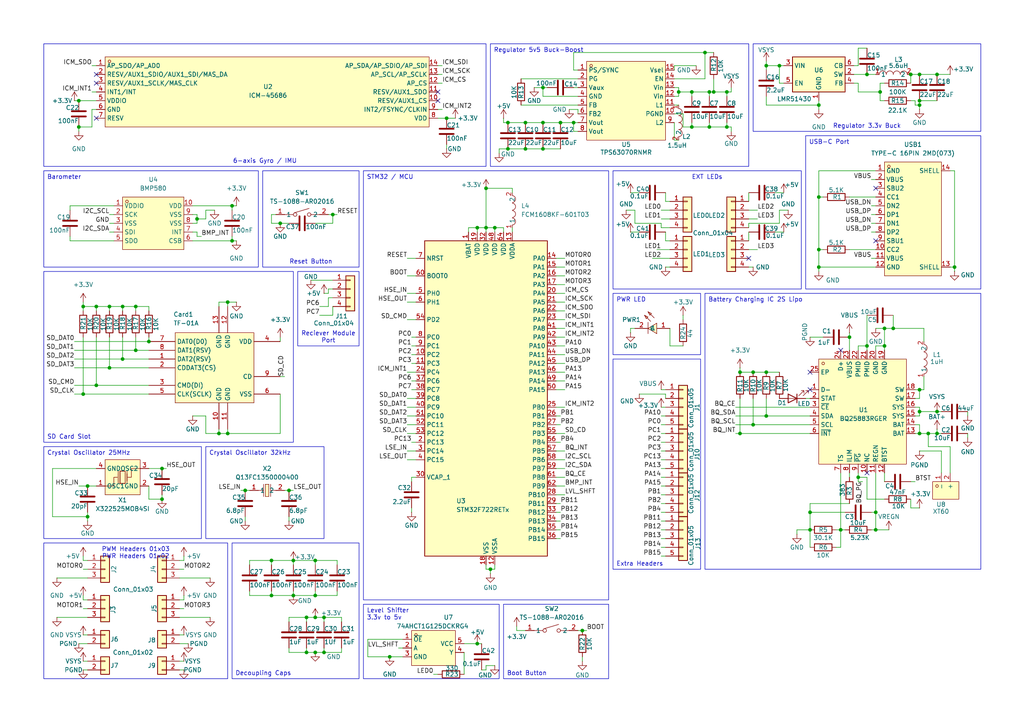
<source format=kicad_sch>
(kicad_sch (version 20250114) (generator "eeschema") (generator_version "9.0")
  (paper "A4")
  (title_block (title "Miguel's Simple Flight Controller"))
  (text_box "Reset Button" (at 76.2 49.53 0) (size 27.94 27.94) (margins 0.9525 0.9525 0.9525 0.9525) (effects (font (size 1.27 1.27)) (justify bottom)))
  (text_box "EXT LEDs" (at 177.8 49.53 0) (size 54.61 34.29) (margins 0.9525 0.9525 0.9525 0.9525) (effects (font (size 1.27 1.27)) (justify top)))
  (text_box "USB-C Port\n" (at 233.68 39.37 0) (size 50.8 44.45) (margins 0.9525 0.9525 0.9525 0.9525) (effects (font (size 1.27 1.27)) (justify left top)))
  (text_box "Level Shifter \n3.3v to 5v" (at 105.41 175.26 0) (size 39.37 21.59) (margins 0.9525 0.9525 0.9525 0.9525) (effects (font (size 1.27 1.27)) (justify left top)))
  (text_box "Regulator 3.3v Buck" (at 218.44 12.7 0) (size 66.04 25.4) (margins 0.9525 0.9525 0.9525 0.9525) (effects (font (size 1.27 1.27)) (justify bottom)))
  (text_box "Crystal Oscillator 25MHz" (at 12.7 129.54 0) (size 45.72 26.67) (margins 0.9525 0.9525 0.9525 0.9525) (effects (font (size 1.27 1.27)) (justify left top)))
  (text_box "Extra Headers" (at 177.8 104.14 0) (size 25.4 60.96) (margins 0.9525 0.9525 0.9525 0.9525) (effects (font (size 1.27 1.27)) (justify left bottom)))
  (text_box "PWR LED" (at 177.8 85.09 0) (size 25.4 17.78) (margins 0.9525 0.9525 0.9525 0.9525) (effects (font (size 1.27 1.27)) (justify left top)))
  (text_box "Decoupling Caps" (at 67.31 157.48 0) (size 36.83 39.37) (margins 0.9525 0.9525 0.9525 0.9525) (effects (font (size 1.27 1.27)) (justify left bottom)))
  (text_box "6-axis Gyro / IMU" (at 12.7 12.7 0) (size 128.27 35.56) (margins 0.9525 0.9525 0.9525 0.9525) (effects (font (size 1.27 1.27)) (justify bottom)))
  (text_box "Crystal Oscillator 32kHz" (at 59.69 129.54 0) (size 34.29 26.67) (margins 0.9525 0.9525 0.9525 0.9525) (effects (font (size 1.27 1.27)) (justify left top)))
  (text_box "Boot Button" (at 146.05 175.26 0) (size 30.48 21.59) (margins 0.9525 0.9525 0.9525 0.9525) (effects (font (size 1.27 1.27)) (justify left bottom)))
  (text_box "Regulator 5v5 Buck-Boost" (at 142.24 12.7 0) (size 74.93 35.56) (margins 0.9525 0.9525 0.9525 0.9525) (effects (font (size 1.27 1.27)) (justify left top)))
  (text_box "PWM Headers 01x03\nPWR Headers 01x02\n" (at 12.7 157.48 0) (size 53.34 39.37) (margins 0.9525 0.9525 0.9525 0.9525) (effects (font (size 1.27 1.27)) (justify top)))
  (text_box "Barometer" (at 12.7 49.53 0) (size 62.23 27.94) (margins 0.9525 0.9525 0.9525 0.9525) (effects (font (size 1.27 1.27)) (justify left top)))
  (text_box "SD Card Slot" (at 12.7 78.74 0) (size 72.39 49.53) (margins 0.9525 0.9525 0.9525 0.9525) (effects (font (size 1.27 1.27)) (justify left bottom)))
  (text_box "STM32 / MCU" (at 105.41 49.53 0) (size 71.12 124.46) (margins 0.9525 0.9525 0.9525 0.9525) (effects (font (size 1.27 1.27)) (justify left top)))
  (text_box "Battery Charging IC 2S Lipo\n" (at 204.47 85.09 0) (size 80.01 80.01) (margins 0.9525 0.9525 0.9525 0.9525) (effects (font (size 1.27 1.27)) (justify left top)))
  (text_box "Reciever Module\nPort" (at 86.36 78.74 0) (size 17.78 21.59) (margins 0.9525 0.9525 0.9525 0.9525) (effects (font (size 1.27 1.27)) (justify bottom)))
  (junction (at 67.31 59.69))
  (junction (at 24.13 114.3))
  (junction (at 25.4 140.97))
  (junction (at 67.31 69.85))
  (junction (at 25.4 149.86))
  (junction (at 157.48 35.56))
  (junction (at 254 148.59))
  (junction (at 63.5 125.73))
  (junction (at 147.32 35.56))
  (junction (at 237.49 57.15))
  (junction (at 222.25 19.05))
  (junction (at 196.85 26.67))
  (junction (at 259.08 95.25))
  (junction (at 222.25 107.95))
  (junction (at 218.44 123.19))
  (junction (at 162.56 35.56))
  (junction (at 205.74 36.83))
  (junction (at 237.49 72.39))
  (junction (at 66.04 87.63))
  (junction (at 166.37 35.56))
  (junction (at 46.99 135.89))
  (junction (at 88.9 179.07))
  (junction (at 22.86 29.21))
  (junction (at 152.4 43.18))
  (junction (at 142.24 165.1))
  (junction (at 200.66 36.83))
  (junction (at 200.66 26.67))
  (junction (at 207.01 26.67))
  (junction (at 27.94 88.9))
  (junction (at 85.09 172.72))
  (junction (at 226.06 19.05))
  (junction (at 39.37 101.6))
  (junction (at 88.9 189.23))
  (junction (at 91.44 172.72))
  (junction (at 255.27 26.67))
  (junction (at 256.54 95.25))
  (junction (at 22.86 36.83))
  (junction (at 31.75 88.9))
  (junction (at 248.92 138.43))
  (junction (at 271.78 21.59))
  (junction (at 113.03 190.5))
  (junction (at 46.99 144.78))
  (junction (at 266.7 21.59))
  (junction (at 152.4 35.56))
  (junction (at 246.38 97.79))
  (junction (at 35.56 88.9))
  (junction (at 254 153.67))
  (junction (at 138.43 66.04))
  (junction (at 271.78 125.73))
  (junction (at 140.97 66.04))
  (junction (at 39.37 88.9))
  (junction (at 96.52 62.23))
  (junction (at 71.12 142.24))
  (junction (at 271.78 119.38))
  (junction (at 269.24 125.73))
  (junction (at 256.54 100.33))
  (junction (at 204.47 15.24))
  (junction (at 222.25 120.65))
  (junction (at 31.75 106.68))
  (junction (at 27.94 111.76))
  (junction (at 237.49 77.47))
  (junction (at 157.48 43.18))
  (junction (at 147.32 43.18))
  (junction (at 157.48 25.4))
  (junction (at 251.46 21.59))
  (junction (at 91.44 162.56))
  (junction (at 234.95 148.59))
  (junction (at 140.97 54.61))
  (junction (at 243.84 153.67))
  (junction (at 138.43 186.69))
  (junction (at 83.82 142.24))
  (junction (at 266.7 119.38))
  (junction (at 93.98 179.07))
  (junction (at 251.46 100.33))
  (junction (at 266.7 125.73))
  (junction (at 78.74 162.56))
  (junction (at 91.44 189.23))
  (junction (at 266.7 29.21))
  (junction (at 91.44 179.07))
  (junction (at 78.74 172.72))
  (junction (at 35.56 104.14))
  (junction (at 210.82 26.67))
  (junction (at 81.28 64.77))
  (junction (at 93.98 189.23))
  (junction (at 85.09 162.56))
  (junction (at 129.54 34.29))
  (junction (at 143.51 66.04))
  (junction (at 214.63 107.95))
  (junction (at 43.18 99.06))
  (junction (at 24.13 88.9))
  (junction (at 237.49 30.48))
  (junction (at 57.15 63.5))
  (junction (at 205.74 26.67))
  (junction (at 266.7 30.48))
  (junction (at 266.7 113.03))
  (junction (at 234.95 153.67))
  (junction (at 276.86 77.47))
  (junction (at 210.82 36.83))
  (junction (at 264.16 21.59))
  (junction (at 66.04 125.73))
  (junction (at 214.63 125.73))
  (junction (at 168.91 182.88))
  (junction (at 218.44 107.95))
  (no_connect (at 127 26.67))
  (no_connect (at 217.17 74.93))
  (no_connect (at 234.95 113.03))
  (no_connect (at 234.95 107.95))
  (no_connect (at 127 29.21))
  (no_connect (at 27.94 21.59))
  (no_connect (at 254 69.85))
  (no_connect (at 27.94 24.13))
  (no_connect (at 27.94 34.29))
  (no_connect (at 254 54.61))
  (no_connect (at 243.84 101.6))
  (no_connect (at 251.46 137.16))
  (wire (pts (xy 96.52 62.23) (xy 95.25 62.23)))
  (wire (pts (xy 246.38 146.05) (xy 234.95 146.05)))
  (wire (pts (xy 256.54 137.16) (xy 256.54 139.7)))
  (wire (pts (xy 161.29 156.21) (xy 162.56 156.21)))
  (wire (pts (xy 20.32 60.96) (xy 20.32 59.69)))
  (wire (pts (xy 161.29 120.65) (xy 162.56 120.65)))
  (wire (pts (xy 127 21.59) (xy 128.27 21.59)))
  (wire (pts (xy 119.38 128.27) (xy 120.65 128.27)))
  (wire (pts (xy 118.11 85.09) (xy 120.65 85.09)))
  (wire (pts (xy 191.77 140.97) (xy 193.04 140.97)))
  (wire (pts (xy 118.11 120.65) (xy 120.65 120.65)))
  (wire (pts (xy 271.78 124.46) (xy 271.78 125.73)))
  (wire (pts (xy 234.95 97.79) (xy 238.76 97.79)))
  (wire (pts (xy 55.88 69.85) (xy 67.31 69.85)))
  (wire (pts (xy 52.07 179.07) (xy 60.96 179.07)))
  (wire (pts (xy 118.11 115.57) (xy 120.65 115.57)))
  (wire (pts (xy 237.49 77.47) (xy 237.49 78.74)))
  (wire (pts (xy 93.98 189.23) (xy 91.44 189.23)))
  (wire (pts (xy 95.25 88.9) (xy 92.71 88.9)))
  (wire (pts (xy 140.97 193.04) (xy 143.51 193.04)))
  (wire (pts (xy 251.46 21.59) (xy 254 21.59)))
  (wire (pts (xy 161.29 74.93) (xy 163.83 74.93)))
  (wire (pts (xy 191.77 161.29) (xy 193.04 161.29)))
  (wire (pts (xy 254 153.67) (xy 257.81 153.67)))
  (wire (pts (xy 271.78 21.59) (xy 275.59 21.59)))
  (wire (pts (xy 20.32 69.85) (xy 20.32 68.58)))
  (wire (pts (xy 90.17 81.28) (xy 96.52 81.28)))
  (wire (pts (xy 59.69 60.96) (xy 59.69 63.5)))
  (wire (pts (xy 161.29 151.13) (xy 162.56 151.13)))
  (wire (pts (xy 191.77 64.77) (xy 184.15 64.77)))
  (wire (pts (xy 198.12 36.83) (xy 200.66 36.83)))
  (wire (pts (xy 78.74 172.72) (xy 78.74 171.45)))
  (wire (pts (xy 96.52 86.36) (xy 95.25 86.36)))
  (wire (pts (xy 119.38 97.79) (xy 120.65 97.79)))
  (wire (pts (xy 273.05 130.81) (xy 266.7 130.81)))
  (wire (pts (xy 191.77 135.89) (xy 193.04 135.89)))
  (wire (pts (xy 227.33 19.05) (xy 226.06 19.05)))
  (wire (pts (xy 252.73 64.77) (xy 254 64.77)))
  (wire (pts (xy 254 100.33) (xy 256.54 100.33)))
  (wire (pts (xy 25.4 140.97) (xy 27.94 140.97)))
  (wire (pts (xy 88.9 179.07) (xy 88.9 180.34)))
  (wire (pts (xy 66.04 87.63) (xy 68.58 87.63)))
  (wire (pts (xy 280.67 125.73) (xy 280.67 127)))
  (wire (pts (xy 259.08 95.25) (xy 256.54 95.25)))
  (wire (pts (xy 161.29 146.05) (xy 162.56 146.05)))
  (wire (pts (xy 27.94 135.89) (xy 15.24 135.89)))
  (wire (pts (xy 280.67 119.38) (xy 280.67 120.65)))
  (wire (pts (xy 161.29 82.55) (xy 163.83 82.55)))
  (wire (pts (xy 97.79 162.56) (xy 91.44 162.56)))
  (wire (pts (xy 265.43 120.65) (xy 266.7 120.65)))
  (wire (pts (xy 99.06 189.23) (xy 93.98 189.23)))
  (wire (pts (xy 193.04 58.42) (xy 194.31 58.42)))
  (wire (pts (xy 167.64 31.75) (xy 165.1 31.75)))
  (wire (pts (xy 218.44 107.95) (xy 222.25 107.95)))
  (wire (pts (xy 99.06 180.34) (xy 99.06 179.07)))
  (wire (pts (xy 207.01 22.86) (xy 207.01 26.67)))
  (wire (pts (xy 55.88 120.65) (xy 59.69 120.65)))
  (wire (pts (xy 146.05 34.29) (xy 146.05 35.56)))
  (wire (pts (xy 226.06 19.05) (xy 226.06 24.13)))
  (wire (pts (xy 267.97 95.25) (xy 259.08 95.25)))
  (wire (pts (xy 71.12 149.86) (xy 71.12 151.13)))
  (wire (pts (xy 39.37 101.6) (xy 43.18 101.6)))
  (wire (pts (xy 146.05 67.31) (xy 146.05 66.04)))
  (wire (pts (xy 24.13 176.53) (xy 25.4 176.53)))
  (wire (pts (xy 157.48 27.94) (xy 157.48 25.4)))
  (wire (pts (xy 81.28 114.3) (xy 81.28 125.73)))
  (wire (pts (xy 191.77 143.51) (xy 193.04 143.51)))
  (wire (pts (xy 27.94 90.17) (xy 27.94 88.9)))
  (wire (pts (xy 237.49 72.39) (xy 238.76 72.39)))
  (wire (pts (xy 85.09 171.45) (xy 85.09 172.72)))
  (wire (pts (xy 106.68 185.42) (xy 106.68 190.5)))
  (wire (pts (xy 266.7 123.19) (xy 266.7 125.73)))
  (wire (pts (xy 195.58 30.48) (xy 196.85 30.48)))
  (wire (pts (xy 35.56 97.79) (xy 35.56 104.14)))
  (wire (pts (xy 83.82 189.23) (xy 88.9 189.23)))
  (wire (pts (xy 234.95 148.59) (xy 234.95 153.67)))
  (wire (pts (xy 265.43 115.57) (xy 266.7 115.57)))
  (wire (pts (xy 222.25 19.05) (xy 222.25 20.32)))
  (wire (pts (xy 83.82 180.34) (xy 83.82 179.07)))
  (wire (pts (xy 247.65 24.13) (xy 248.92 24.13)))
  (wire (pts (xy 16.51 179.07) (xy 25.4 179.07)))
  (wire (pts (xy 226.06 107.95) (xy 222.25 107.95)))
  (wire (pts (xy 226.06 64.77) (xy 226.06 60.96)))
  (wire (pts (xy 189.23 74.93) (xy 194.31 74.93)))
  (wire (pts (xy 195.58 20.32) (xy 195.58 19.05)))
  (wire (pts (xy 24.13 194.31) (xy 25.4 194.31)))
  (wire (pts (xy 81.28 125.73) (xy 66.04 125.73)))
  (wire (pts (xy 193.04 67.31) (xy 193.04 69.85)))
  (wire (pts (xy 207.01 26.67) (xy 210.82 26.67)))
  (wire (pts (xy 195.58 40.64) (xy 195.58 35.56)))
  (wire (pts (xy 147.32 43.18) (xy 144.78 43.18)))
  (wire (pts (xy 43.18 140.97) (xy 43.18 144.78)))
  (wire (pts (xy 31.75 106.68) (xy 43.18 106.68)))
  (wire (pts (xy 265.43 30.48) (xy 266.7 30.48)))
  (wire (pts (xy 252.73 62.23) (xy 254 62.23)))
  (wire (pts (xy 135.89 67.31) (xy 135.89 66.04)))
  (wire (pts (xy 266.7 115.57) (xy 266.7 113.03)))
  (wire (pts (xy 134.62 189.23) (xy 134.62 195.58)))
  (wire (pts (xy 200.66 35.56) (xy 200.66 36.83)))
  (wire (pts (xy 184.15 60.96) (xy 181.61 60.96)))
  (wire (pts (xy 78.74 162.56) (xy 78.74 163.83)))
  (wire (pts (xy 161.29 130.81) (xy 163.83 130.81)))
  (wire (pts (xy 266.7 119.38) (xy 271.78 119.38)))
  (wire (pts (xy 97.79 171.45) (xy 97.79 172.72)))
  (wire (pts (xy 57.15 68.58) (xy 58.42 68.58)))
  (wire (pts (xy 252.73 67.31) (xy 254 67.31)))
  (wire (pts (xy 214.63 125.73) (xy 234.95 125.73)))
  (wire (pts (xy 134.62 186.69) (xy 138.43 186.69)))
  (wire (pts (xy 271.78 125.73) (xy 273.05 125.73)))
  (wire (pts (xy 82.55 142.24) (xy 83.82 142.24)))
  (wire (pts (xy 25.4 148.59) (xy 25.4 149.86)))
  (wire (pts (xy 151.13 30.48) (xy 167.64 30.48)))
  (wire (pts (xy 52.07 165.1) (xy 53.34 165.1)))
  (wire (pts (xy 22.86 29.21) (xy 27.94 29.21)))
  (wire (pts (xy 118.11 80.01) (xy 120.65 80.01)))
  (wire (pts (xy 275.59 77.47) (xy 276.86 77.47)))
  (wire (pts (xy 191.77 125.73) (xy 193.04 125.73)))
  (wire (pts (xy 226.06 60.96) (xy 228.6 60.96)))
  (wire (pts (xy 217.17 67.31) (xy 217.17 69.85)))
  (wire (pts (xy 237.49 49.53) (xy 237.49 57.15)))
  (wire (pts (xy 91.44 162.56) (xy 85.09 162.56)))
  (wire (pts (xy 22.86 140.97) (xy 25.4 140.97)))
  (wire (pts (xy 252.73 74.93) (xy 254 74.93)))
  (wire (pts (xy 66.04 125.73) (xy 66.04 124.46)))
  (wire (pts (xy 191.77 133.35) (xy 193.04 133.35)))
  (wire (pts (xy 195.58 19.05) (xy 201.93 19.05)))
  (wire (pts (xy 31.75 88.9) (xy 31.75 90.17)))
  (wire (pts (xy 78.74 62.23) (xy 78.74 64.77)))
  (wire (pts (xy 166.37 20.32) (xy 166.37 15.24)))
  (wire (pts (xy 167.64 20.32) (xy 166.37 20.32)))
  (wire (pts (xy 118.11 87.63) (xy 120.65 87.63)))
  (wire (pts (xy 26.67 19.05) (xy 27.94 19.05)))
  (wire (pts (xy 62.23 60.96) (xy 59.69 60.96)))
  (wire (pts (xy 191.77 123.19) (xy 193.04 123.19)))
  (wire (pts (xy 214.63 115.57) (xy 214.63 125.73)))
  (wire (pts (xy 255.27 24.13) (xy 255.27 26.67)))
  (wire (pts (xy 52.07 194.31) (xy 53.34 194.31)))
  (wire (pts (xy 161.29 90.17) (xy 163.83 90.17)))
  (wire (pts (xy 217.17 72.39) (xy 219.71 72.39)))
  (wire (pts (xy 22.86 186.69) (xy 25.4 186.69)))
  (wire (pts (xy 35.56 90.17) (xy 35.56 88.9)))
  (wire (pts (xy 25.4 149.86) (xy 25.4 151.13)))
  (wire (pts (xy 191.77 148.59) (xy 193.04 148.59)))
  (wire (pts (xy 119.38 110.49) (xy 120.65 110.49)))
  (wire (pts (xy 21.59 114.3) (xy 24.13 114.3)))
  (wire (pts (xy 24.13 184.15) (xy 25.4 184.15)))
  (wire (pts (xy 195.58 25.4) (xy 196.85 25.4)))
  (wire (pts (xy 191.77 113.03) (xy 193.04 113.03)))
  (wire (pts (xy 140.97 66.04) (xy 138.43 66.04)))
  (wire (pts (xy 144.78 43.18) (xy 144.78 44.45)))
  (wire (pts (xy 52.07 176.53) (xy 53.34 176.53)))
  (wire (pts (xy 143.51 67.31) (xy 143.51 66.04)))
  (wire (pts (xy 97.79 163.83) (xy 97.79 162.56)))
  (wire (pts (xy 193.04 115.57) (xy 193.04 114.3)))
  (wire (pts (xy 275.59 137.16) (xy 275.59 129.54)))
  (wire (pts (xy 152.4 182.88) (xy 149.86 182.88)))
  (wire (pts (xy 161.29 97.79) (xy 163.83 97.79)))
  (wire (pts (xy 57.15 68.58) (xy 57.15 67.31)))
  (wire (pts (xy 161.29 153.67) (xy 162.56 153.67)))
  (wire (pts (xy 245.11 148.59) (xy 234.95 148.59)))
  (wire (pts (xy 251.46 138.43) (xy 248.92 138.43)))
  (wire (pts (xy 191.77 120.65) (xy 193.04 120.65)))
  (wire (pts (xy 264.16 147.32) (xy 266.7 147.32)))
  (wire (pts (xy 52.07 167.64) (xy 60.96 167.64)))
  (wire (pts (xy 66.04 87.63) (xy 66.04 88.9)))
  (wire (pts (xy 91.44 64.77) (xy 96.52 64.77)))
  (wire (pts (xy 191.77 60.96) (xy 194.31 60.96)))
  (wire (pts (xy 24.13 173.99) (xy 24.13 172.72)))
  (wire (pts (xy 196.85 26.67) (xy 196.85 27.94)))
  (wire (pts (xy 259.08 91.44) (xy 259.08 95.25)))
  (wire (pts (xy 83.82 187.96) (xy 83.82 189.23)))
  (wire (pts (xy 217.17 55.88) (xy 217.17 58.42)))
  (wire (pts (xy 142.24 165.1) (xy 143.51 165.1)))
  (wire (pts (xy 273.05 137.16) (xy 273.05 130.81)))
  (wire (pts (xy 24.13 97.79) (xy 24.13 114.3)))
  (wire (pts (xy 116.84 185.42) (xy 106.68 185.42)))
  (wire (pts (xy 254 95.25) (xy 256.54 95.25)))
  (wire (pts (xy 264.16 29.21) (xy 265.43 29.21)))
  (wire (pts (xy 161.29 92.71) (xy 163.83 92.71)))
  (wire (pts (xy 212.09 25.4) (xy 212.09 26.67)))
  (wire (pts (xy 140.97 54.61) (xy 148.59 54.61)))
  (wire (pts (xy 83.82 149.86) (xy 83.82 151.13)))
  (wire (pts (xy 256.54 144.78) (xy 251.46 144.78)))
  (wire (pts (xy 96.52 64.77) (xy 96.52 62.23)))
  (wire (pts (xy 118.11 92.71) (xy 120.65 92.71)))
  (wire (pts (xy 161.29 148.59) (xy 162.56 148.59)))
  (wire (pts (xy 119.38 147.32) (xy 119.38 148.59)))
  (wire (pts (xy 269.24 129.54) (xy 269.24 125.73)))
  (wire (pts (xy 24.13 191.77) (xy 25.4 191.77)))
  (wire (pts (xy 237.49 72.39) (xy 237.49 77.47)))
  (wire (pts (xy 81.28 64.77) (xy 83.82 64.77)))
  (wire (pts (xy 35.56 104.14) (xy 43.18 104.14)))
  (wire (pts (xy 27.94 31.75) (xy 26.67 31.75)))
  (wire (pts (xy 83.82 179.07) (xy 88.9 179.07)))
  (wire (pts (xy 251.46 91.44) (xy 251.46 100.33)))
  (wire (pts (xy 91.44 172.72) (xy 85.09 172.72)))
  (wire (pts (xy 167.64 27.94) (xy 157.48 27.94)))
  (wire (pts (xy 26.67 26.67) (xy 27.94 26.67)))
  (wire (pts (xy 63.5 88.9) (xy 63.5 87.63)))
  (wire (pts (xy 246.38 72.39) (xy 254 72.39)))
  (wire (pts (xy 191.77 128.27) (xy 193.04 128.27)))
  (wire (pts (xy 93.98 187.96) (xy 93.98 189.23)))
  (wire (pts (xy 182.88 55.88) (xy 185.42 55.88)))
  (wire (pts (xy 224.79 67.31) (xy 227.33 67.31)))
  (wire (pts (xy 243.84 158.75) (xy 242.57 158.75)))
  (wire (pts (xy 255.27 29.21) (xy 256.54 29.21)))
  (wire (pts (xy 267.97 109.22) (xy 267.97 113.03)))
  (wire (pts (xy 196.85 25.4) (xy 196.85 26.67)))
  (wire (pts (xy 140.97 54.61) (xy 140.97 66.04)))
  (wire (pts (xy 25.4 173.99) (xy 24.13 173.99)))
  (wire (pts (xy 119.38 138.43) (xy 120.65 138.43)))
  (wire (pts (xy 63.5 125.73) (xy 66.04 125.73)))
  (wire (pts (xy 119.38 102.87) (xy 120.65 102.87)))
  (wire (pts (xy 217.17 63.5) (xy 219.71 63.5)))
  (wire (pts (xy 57.15 64.77) (xy 55.88 64.77)))
  (wire (pts (xy 213.36 125.73) (xy 214.63 125.73)))
  (wire (pts (xy 161.29 102.87) (xy 163.83 102.87)))
  (wire (pts (xy 248.92 19.05) (xy 248.92 13.97)))
  (wire (pts (xy 161.29 110.49) (xy 163.83 110.49)))
  (wire (pts (xy 237.49 57.15) (xy 237.49 72.39)))
  (wire (pts (xy 24.13 114.3) (xy 43.18 114.3)))
  (wire (pts (xy 191.77 156.21) (xy 193.04 156.21)))
  (wire (pts (xy 252.73 52.07) (xy 254 52.07)))
  (wire (pts (xy 276.86 49.53) (xy 276.86 77.47)))
  (wire (pts (xy 205.74 35.56) (xy 205.74 36.83)))
  (wire (pts (xy 129.54 34.29) (xy 132.08 34.29)))
  (wire (pts (xy 205.74 26.67) (xy 207.01 26.67)))
  (wire (pts (xy 118.11 125.73) (xy 120.65 125.73)))
  (wire (pts (xy 167.64 33.02) (xy 167.64 31.75)))
  (wire (pts (xy 193.04 77.47) (xy 194.31 77.47)))
  (wire (pts (xy 194.31 95.25) (xy 194.31 100.33)))
  (wire (pts (xy 43.18 144.78) (xy 46.99 144.78)))
  (wire (pts (xy 119.38 100.33) (xy 120.65 100.33)))
  (wire (pts (xy 91.44 163.83) (xy 91.44 162.56)))
  (wire (pts (xy 266.7 29.21) (xy 271.78 29.21)))
  (wire (pts (xy 99.06 179.07) (xy 93.98 179.07)))
  (wire (pts (xy 161.29 107.95) (xy 163.83 107.95)))
  (wire (pts (xy 157.48 25.4) (xy 158.75 25.4)))
  (wire (pts (xy 119.38 139.7) (xy 119.38 138.43)))
  (wire (pts (xy 91.44 171.45) (xy 91.44 172.72)))
  (wire (pts (xy 265.43 29.21) (xy 265.43 30.48)))
  (wire (pts (xy 191.77 130.81) (xy 193.04 130.81)))
  (wire (pts (xy 256.54 24.13) (xy 255.27 24.13)))
  (wire (pts (xy 27.94 111.76) (xy 43.18 111.76)))
  (wire (pts (xy 93.98 180.34) (xy 93.98 179.07)))
  (wire (pts (xy 161.29 77.47) (xy 163.83 77.47)))
  (wire (pts (xy 67.31 59.69) (xy 67.31 60.96)))
  (wire (pts (xy 226.06 24.13) (xy 227.33 24.13)))
  (wire (pts (xy 21.59 106.68) (xy 31.75 106.68)))
  (wire (pts (xy 161.29 80.01) (xy 163.83 80.01)))
  (wire (pts (xy 275.59 129.54) (xy 269.24 129.54)))
  (wire (pts (xy 182.88 95.25) (xy 182.88 96.52)))
  (wire (pts (xy 85.09 163.83) (xy 85.09 162.56)))
  (wire (pts (xy 254 153.67) (xy 254 148.59)))
  (wire (pts (xy 222.25 17.78) (xy 222.25 19.05)))
  (wire (pts (xy 254 49.53) (xy 237.49 49.53)))
  (wire (pts (xy 85.09 172.72) (xy 78.74 172.72)))
  (wire (pts (xy 161.29 135.89) (xy 163.83 135.89)))
  (wire (pts (xy 218.44 115.57) (xy 218.44 123.19)))
  (wire (pts (xy 118.11 130.81) (xy 120.65 130.81)))
  (wire (pts (xy 91.44 189.23) (xy 88.9 189.23)))
  (wire (pts (xy 191.77 146.05) (xy 193.04 146.05)))
  (wire (pts (xy 198.12 91.44) (xy 198.12 92.71)))
  (wire (pts (xy 152.4 35.56) (xy 157.48 35.56)))
  (wire (pts (xy 212.09 36.83) (xy 212.09 38.1)))
  (wire (pts (xy 39.37 88.9) (xy 39.37 90.17)))
  (wire (pts (xy 224.79 55.88) (xy 227.33 55.88)))
  (wire (pts (xy 78.74 62.23) (xy 80.01 62.23)))
  (wire (pts (xy 81.28 109.22) (xy 82.55 109.22)))
  (wire (pts (xy 16.51 167.64) (xy 25.4 167.64)))
  (wire (pts (xy 256.54 95.25) (xy 256.54 100.33)))
  (wire (pts (xy 118.11 118.11) (xy 120.65 118.11)))
  (wire (pts (xy 135.89 66.04) (xy 138.43 66.04)))
  (wire (pts (xy 198.12 33.02) (xy 198.12 36.83)))
  (wire (pts (xy 113.03 190.5) (xy 116.84 190.5)))
  (wire (pts (xy 233.68 115.57) (xy 234.95 115.57)))
  (wire (pts (xy 234.95 153.67) (xy 231.14 153.67)))
  (wire (pts (xy 205.74 36.83) (xy 210.82 36.83)))
  (wire (pts (xy 222.25 19.05) (xy 226.06 19.05)))
  (wire (pts (xy 168.91 190.5) (xy 168.91 191.77)))
  (wire (pts (xy 83.82 142.24) (xy 85.09 142.24)))
  (wire (pts (xy 22.86 36.83) (xy 22.86 38.1)))
  (wire (pts (xy 264.16 21.59) (xy 266.7 21.59)))
  (wire (pts (xy 254 101.6) (xy 254 100.33)))
  (wire (pts (xy 146.05 35.56) (xy 147.32 35.56)))
  (wire (pts (xy 72.39 171.45) (xy 72.39 172.72)))
  (wire (pts (xy 196.85 40.64) (xy 195.58 40.64)))
  (wire (pts (xy 59.69 63.5) (xy 57.15 63.5)))
  (wire (pts (xy 184.15 64.77) (xy 184.15 60.96)))
  (wire (pts (xy 161.29 87.63) (xy 163.83 87.63)))
  (wire (pts (xy 213.36 120.65) (xy 222.25 120.65)))
  (wire (pts (xy 33.02 69.85) (xy 20.32 69.85)))
  (wire (pts (xy 248.92 13.97) (xy 251.46 13.97)))
  (wire (pts (xy 161.29 143.51) (xy 163.83 143.51)))
  (wire (pts (xy 25.4 162.56) (xy 24.13 162.56)))
  (wire (pts (xy 265.43 123.19) (xy 266.7 123.19)))
  (wire (pts (xy 95.25 85.09) (xy 93.98 85.09)))
  (wire (pts (xy 91.44 172.72) (xy 97.79 172.72)))
  (wire (pts (xy 214.63 107.95) (xy 218.44 107.95)))
  (wire (pts (xy 247.65 21.59) (xy 251.46 21.59)))
  (wire (pts (xy 142.24 165.1) (xy 142.24 166.37)))
  (wire (pts (xy 43.18 88.9) (xy 39.37 88.9)))
  (wire (pts (xy 147.32 43.18) (xy 152.4 43.18)))
  (wire (pts (xy 143.51 66.04) (xy 140.97 66.04)))
  (wire (pts (xy 248.92 24.13) (xy 248.92 26.67)))
  (wire (pts (xy 43.18 135.89) (xy 46.99 135.89)))
  (wire (pts (xy 21.59 111.76) (xy 27.94 111.76)))
  (wire (pts (xy 35.56 88.9) (xy 31.75 88.9)))
  (wire (pts (xy 191.77 118.11) (xy 193.04 118.11)))
  (wire (pts (xy 218.44 123.19) (xy 234.95 123.19)))
  (wire (pts (xy 205.74 26.67) (xy 205.74 27.94)))
  (wire (pts (xy 138.43 186.69) (xy 139.7 186.69)))
  (wire (pts (xy 127 34.29) (xy 129.54 34.29)))
  (wire (pts (xy 245.11 153.67) (xy 243.84 153.67)))
  (wire (pts (xy 96.52 88.9) (xy 96.52 91.44)))
  (wire (pts (xy 264.16 144.78) (xy 264.16 147.32)))
  (wire (pts (xy 53.34 173.99) (xy 52.07 173.99)))
  (wire (pts (xy 119.38 105.41) (xy 120.65 105.41)))
  (wire (pts (xy 248.92 101.6) (xy 248.92 100.33)))
  (wire (pts (xy 166.37 38.1) (xy 167.64 38.1)))
  (wire (pts (xy 161.29 125.73) (xy 163.83 125.73)))
  (wire (pts (xy 146.05 66.04) (xy 143.51 66.04)))
  (wire (pts (xy 161.29 138.43) (xy 163.83 138.43)))
  (wire (pts (xy 217.17 60.96) (xy 219.71 60.96)))
  (wire (pts (xy 140.97 163.83) (xy 140.97 165.1)))
  (wire (pts (xy 210.82 36.83) (xy 210.82 35.56)))
  (wire (pts (xy 254 77.47) (xy 237.49 77.47)))
  (wire (pts (xy 91.44 179.07) (xy 88.9 179.07)))
  (wire (pts (xy 210.82 36.83) (xy 212.09 36.83)))
  (wire (pts (xy 157.48 43.18) (xy 162.56 43.18)))
  (wire (pts (xy 185.42 114.3) (xy 193.04 114.3)))
  (wire (pts (xy 148.59 54.61) (xy 148.59 55.88)))
  (wire (pts (xy 266.7 118.11) (xy 265.43 118.11)))
  (wire (pts (xy 24.13 87.63) (xy 24.13 88.9)))
  (wire (pts (xy 96.52 91.44) (xy 92.71 91.44)))
  (wire (pts (xy 21.59 101.6) (xy 39.37 101.6)))
  (wire (pts (xy 204.47 22.86) (xy 204.47 15.24)))
  (wire (pts (xy 152.4 43.18) (xy 157.48 43.18)))
  (wire (pts (xy 52.07 186.69) (xy 54.61 186.69)))
  (wire (pts (xy 191.77 153.67) (xy 193.04 153.67)))
  (wire (pts (xy 191.77 63.5) (xy 194.31 63.5)))
  (wire (pts (xy 166.37 15.24) (xy 204.47 15.24)))
  (wire (pts (xy 118.11 107.95) (xy 120.65 107.95)))
  (wire (pts (xy 95.25 86.36) (xy 95.25 88.9)))
  (wire (pts (xy 168.91 182.88) (xy 170.18 182.88)))
  (wire (pts (xy 252.73 153.67) (xy 254 153.67)))
  (wire (pts (xy 167.64 35.56) (xy 166.37 35.56)))
  (wire (pts (xy 267.97 113.03) (xy 266.7 113.03)))
  (wire (pts (xy 20.32 59.69) (xy 33.02 59.69)))
  (wire (pts (xy 234.95 153.67) (xy 234.95 158.75)))
  (wire (pts (xy 55.88 62.23) (xy 57.15 62.23)))
  (wire (pts (xy 237.49 57.15) (xy 238.76 57.15)))
  (wire (pts (xy 125.73 195.58) (xy 127 195.58)))
  (wire (pts (xy 251.46 100.33) (xy 251.46 101.6)))
  (wire (pts (xy 161.29 113.03) (xy 163.83 113.03)))
  (wire (pts (xy 138.43 66.04) (xy 138.43 67.31)))
  (wire (pts (xy 55.88 59.69) (xy 67.31 59.69)))
  (wire (pts (xy 237.49 30.48) (xy 237.49 31.75)))
  (wire (pts (xy 127 31.75) (xy 128.27 31.75)))
  (wire (pts (xy 88.9 189.23) (xy 88.9 187.96)))
  (wire (pts (xy 26.67 31.75) (xy 26.67 36.83)))
  (wire (pts (xy 222.25 27.94) (xy 222.25 30.48)))
  (wire (pts (xy 95.25 83.82) (xy 95.25 85.09)))
  (wire (pts (xy 21.59 29.21) (xy 22.86 29.21)))
  (wire (pts (xy 161.29 85.09) (xy 163.83 85.09)))
  (wire (pts (xy 85.09 162.56) (xy 78.74 162.56)))
  (wire (pts (xy 217.17 77.47) (xy 218.44 77.47)))
  (wire (pts (xy 222.25 115.57) (xy 222.25 120.65)))
  (wire (pts (xy 266.7 125.73) (xy 269.24 125.73)))
  (wire (pts (xy 118.11 123.19) (xy 120.65 123.19)))
  (wire (pts (xy 256.54 100.33) (xy 256.54 101.6)))
  (wire (pts (xy 72.39 162.56) (xy 78.74 162.56)))
  (wire (pts (xy 195.58 33.02) (xy 198.12 33.02)))
  (wire (pts (xy 200.66 36.83) (xy 205.74 36.83)))
  (wire (pts (xy 157.48 35.56) (xy 162.56 35.56)))
  (wire (pts (xy 26.67 36.83) (xy 22.86 36.83)))
  (wire (pts (xy 96.52 83.82) (xy 95.25 83.82)))
  (wire (pts (xy 24.13 165.1) (xy 25.4 165.1)))
  (wire (pts (xy 161.29 105.41) (xy 163.83 105.41)))
  (wire (pts (xy 161.29 95.25) (xy 163.83 95.25)))
  (wire (pts (xy 191.77 66.04) (xy 191.77 64.77)))
  (wire (pts (xy 266.7 30.48) (xy 266.7 31.75)))
  (wire (pts (xy 43.18 97.79) (xy 43.18 99.06)))
  (wire (pts (xy 53.34 172.72) (xy 53.34 173.99)))
  (wire (pts (xy 24.13 88.9) (xy 24.13 90.17)))
  (wire (pts (xy 195.58 22.86) (xy 204.47 22.86)))
  (wire (pts (xy 193.04 55.88) (xy 193.04 58.42)))
  (wire (pts (xy 248.92 100.33) (xy 251.46 100.33)))
  (wire (pts (xy 191.77 66.04) (xy 194.31 66.04)))
  (wire (pts (xy 57.15 62.23) (xy 57.15 63.5)))
  (wire (pts (xy 52.07 191.77) (xy 53.34 191.77)))
  (wire (pts (xy 243.84 153.67) (xy 243.84 158.75)))
  (wire (pts (xy 234.95 146.05) (xy 234.95 148.59)))
  (wire (pts (xy 46.99 144.78) (xy 46.99 143.51)))
  (wire (pts (xy 149.86 182.88) (xy 149.86 181.61)))
  (wire (pts (xy 106.68 190.5) (xy 113.03 190.5)))
  (wire (pts (xy 31.75 64.77) (xy 33.02 64.77)))
  (wire (pts (xy 59.69 125.73) (xy 63.5 125.73)))
  (wire (pts (xy 255.27 26.67) (xy 255.27 29.21)))
  (wire (pts (xy 43.18 90.17) (xy 43.18 88.9)))
  (wire (pts (xy 269.24 125.73) (xy 271.78 125.73)))
  (wire (pts (xy 217.17 64.77) (xy 226.06 64.77)))
  (wire (pts (xy 248.92 139.7) (xy 248.92 138.43)))
  (wire (pts (xy 15.24 135.89) (xy 15.24 149.86)))
  (wire (pts (xy 247.65 19.05) (xy 248.92 19.05)))
  (wire (pts (xy 166.37 25.4) (xy 167.64 25.4)))
  (wire (pts (xy 147.32 35.56) (xy 152.4 35.56)))
  (wire (pts (xy 254 148.59) (xy 252.73 148.59)))
  (wire (pts (xy 214.63 106.68) (xy 214.63 107.95)))
  (wire (pts (xy 161.29 133.35) (xy 163.83 133.35)))
  (wire (pts (xy 119.38 113.03) (xy 120.65 113.03)))
  (wire (pts (xy 52.07 184.15) (xy 53.34 184.15)))
  (wire (pts (xy 53.34 161.29) (xy 53.34 162.56)))
  (wire (pts (xy 276.86 77.47) (xy 276.86 78.74)))
  (wire (pts (xy 266.7 29.21) (xy 266.7 30.48)))
  (wire (pts (xy 68.58 59.69) (xy 67.31 59.69)))
  (wire (pts (xy 267.97 99.06) (xy 267.97 95.25)))
  (wire (pts (xy 139.7 194.31) (xy 140.97 194.31)))
  (wire (pts (xy 143.51 165.1) (xy 143.51 163.83)))
  (wire (pts (xy 35.56 88.9) (xy 39.37 88.9)))
  (wire (pts (xy 118.11 133.35) (xy 120.65 133.35)))
  (wire (pts (xy 210.82 26.67) (xy 210.82 27.94)))
  (wire (pts (xy 57.15 63.5) (xy 57.15 64.77)))
  (wire (pts (xy 275.59 49.53) (xy 276.86 49.53)))
  (wire (pts (xy 243.84 153.67) (xy 242.57 153.67)))
  (wire (pts (xy 140.97 194.31) (xy 140.97 193.04)))
  (wire (pts (xy 266.7 113.03) (xy 265.43 113.03)))
  (wire (pts (xy 161.29 128.27) (xy 162.56 128.27)))
  (wire (pts (xy 194.31 100.33) (xy 198.12 100.33)))
  (wire (pts (xy 129.54 41.91) (xy 129.54 43.18)))
  (wire (pts (xy 182.88 67.31) (xy 185.42 67.31)))
  (wire (pts (xy 248.92 138.43) (xy 248.92 137.16)))
  (wire (pts (xy 151.13 22.86) (xy 167.64 22.86)))
  (wire (pts (xy 196.85 26.67) (xy 200.66 26.67)))
  (wire (pts (xy 21.59 104.14) (xy 35.56 104.14)))
  (wire (pts (xy 246.38 137.16) (xy 246.38 138.43)))
  (wire (pts (xy 127 19.05) (xy 128.27 19.05)))
  (wire (pts (xy 72.39 163.83) (xy 72.39 162.56)))
  (wire (pts (xy 190.5 72.39) (xy 194.31 72.39)))
  (wire (pts (xy 93.98 179.07) (xy 91.44 179.07)))
  (wire (pts (xy 67.31 69.85) (xy 67.31 68.58)))
  (wire (pts (xy 266.7 125.73) (xy 265.43 125.73)))
  (wire (pts (xy 191.77 158.75) (xy 193.04 158.75)))
  (wire (pts (xy 246.38 57.15) (xy 254 57.15)))
  (wire (pts (xy 27.94 88.9) (xy 24.13 88.9)))
  (wire (pts (xy 63.5 124.46) (xy 63.5 125.73)))
  (wire (pts (xy 68.58 69.85) (xy 67.31 69.85)))
  (wire (pts (xy 72.39 172.72) (xy 78.74 172.72)))
  (wire (pts (xy 39.37 97.79) (xy 39.37 101.6)))
  (wire (pts (xy 96.52 62.23) (xy 97.79 62.23)))
  (wire (pts (xy 21.59 99.06) (xy 43.18 99.06)))
  (wire (pts (xy 115.57 187.96) (xy 116.84 187.96)))
  (wire (pts (xy 191.77 138.43) (xy 193.04 138.43)))
  (wire (pts (xy 154.94 25.4) (xy 157.48 25.4)))
  (wire (pts (xy 140.97 67.31) (xy 140.97 66.04)))
  (wire (pts (xy 140.97 165.1) (xy 142.24 165.1)))
  (wire (pts (xy 27.94 88.9) (xy 31.75 88.9)))
  (wire (pts (xy 57.15 67.31) (xy 55.88 67.31)))
  (wire (pts (xy 148.59 66.04) (xy 148.59 67.31)))
  (wire (pts (xy 248.92 26.67) (xy 255.27 26.67)))
  (wire (pts (xy 46.99 135.89) (xy 48.26 135.89)))
  (wire (pts (xy 212.09 26.67) (xy 210.82 26.67)))
  (wire (pts (xy 213.36 118.11) (xy 234.95 118.11)))
  (wire (pts (xy 59.69 120.65) (xy 59.69 125.73)))
  (wire (pts (xy 243.84 137.16) (xy 243.84 153.67)))
  (wire (pts (xy 118.11 74.93) (xy 120.65 74.93)))
  (wire (pts (xy 254 137.16) (xy 254 148.59)))
  (wire (pts (xy 251.46 144.78) (xy 251.46 138.43)))
  (wire (pts (xy 31.75 97.79) (xy 31.75 106.68)))
  (wire (pts (xy 200.66 26.67) (xy 205.74 26.67)))
  (wire (pts (xy 27.94 97.79) (xy 27.94 111.76)))
  (wire (pts (xy 213.36 123.19) (xy 218.44 123.19)))
  (wire (pts (xy 69.85 142.24) (xy 71.12 142.24)))
  (wire (pts (xy 222.25 120.65) (xy 234.95 120.65)))
  (wire (pts (xy 53.34 162.56) (xy 52.07 162.56)))
  (wire (pts (xy 271.78 119.38) (xy 273.05 119.38)))
  (wire (pts (xy 266.7 120.65) (xy 266.7 119.38)))
  (wire (pts (xy 63.5 87.63) (xy 66.04 87.63)))
  (wire (pts (xy 264.16 139.7) (xy 265.43 139.7)))
  (wire (pts (xy 266.7 21.59) (xy 271.78 21.59)))
  (wire (pts (xy 162.56 35.56) (xy 166.37 35.56)))
  (wire (pts (xy 71.12 142.24) (xy 72.39 142.24)))
  (wire (pts (xy 161.29 123.19) (xy 162.56 123.19)))
  (wire (pts (xy 237.49 29.21) (xy 237.49 30.48)))
  (wire (pts (xy 264.16 21.59) (xy 264.16 24.13)))
  (wire (pts (xy 161.29 100.33) (xy 163.83 100.33)))
  (wire (pts (xy 161.29 118.11) (xy 163.83 118.11)))
  (wire (pts (xy 246.38 97.79) (xy 246.38 101.6)))
  (wire (pts (xy 217.17 66.04) (xy 217.17 64.77)))
  (wire (pts (xy 78.74 64.77) (xy 81.28 64.77)))
  (wire (pts (xy 231.14 153.67) (xy 231.14 154.94)))
  (wire (pts (xy 81.28 97.79) (xy 81.28 99.06)))
  (wire (pts (xy 31.75 62.23) (xy 33.02 62.23)))
  (wire (pts (xy 246.38 96.52) (xy 246.38 97.79)))
  (wire (pts (xy 204.47 15.24) (xy 207.01 15.24)))
  (wire (pts (xy 252.73 59.69) (xy 254 59.69)))
  (wire (pts (xy 99.06 187.96) (xy 99.06 189.23)))
  (wire (pts (xy 200.66 26.67) (xy 200.66 27.94)))
  (wire (pts (xy 161.29 140.97) (xy 163.83 140.97)))
  (wire (pts (xy 184.15 95.25) (xy 182.88 95.25)))
  (wire (pts (xy 15.24 149.86) (xy 25.4 149.86)))
  (wire (pts (xy 196.85 27.94) (xy 195.58 27.94)))
  (wire (pts (xy 193.04 69.85) (xy 194.31 69.85)))
  (wire (pts (xy 191.77 151.13) (xy 193.04 151.13)))
  (wire (pts (xy 250.19 139.7) (xy 248.92 139.7)))
  (wire (pts (xy 167.64 182.88) (xy 168.91 182.88)))
  (wire (pts (xy 222.25 30.48) (xy 237.49 30.48)))
  (wire (pts (xy 31.75 67.31) (xy 33.02 67.31)))
  (wire (pts (xy 24.13 162.56) (xy 24.13 161.29)))
  (wire (pts (xy 127 24.13) (xy 128.27 24.13)))
  (wire (pts (xy 266.7 119.38) (xy 266.7 118.11)))
  (wire (pts (xy 166.37 35.56) (xy 166.37 38.1)))
  (label "MOTOR3" (at 163.83 82.55 0))
  (label "LSE_IN" (at 118.11 130.81 180))
  (label "ICM_CS" (at 128.27 24.13 0))
  (label "USB_DN" (at 163.83 102.87 0))
  (label "ICM_SCK" (at 163.83 87.63 0))
  (label "PB11" (at 162.56 146.05 0))
  (label "BQ_SCL" (at 213.36 123.19 180))
  (label "MOTOR0" (at 24.13 165.1 180))
  (label "PB13" (at 162.56 151.13 0))
  (label "USB_DP" (at 163.83 105.41 0))
  (label "PA13" (at 191.77 135.89 180))
  (label "SD_CLK" (at 21.59 114.3 180))
  (label "MOTOR0" (at 163.83 74.93 0))
  (label "LED3" (at 219.71 72.39 0))
  (label "LED1" (at 191.77 63.5 180))
  (label "PC13" (at 191.77 133.35 180))
  (label "LSE_IN" (at 69.85 142.24 180))
  (label "BMP_INT" (at 163.83 140.97 0))
  (label "ICM_SDI" (at 128.27 19.05 0))
  (label "SD_DAT2" (at 21.59 104.14 180))
  (label "PC2" (at 191.77 128.27 180))
  (label "BTST" (at 265.43 139.7 0))
  (label "PB4" (at 162.56 128.27 0))
  (label "ICM_SDO" (at 163.83 90.17 0))
  (label "PC0" (at 119.38 97.79 180))
  (label "ICM_INT1" (at 26.67 26.67 180))
  (label "PB1" (at 162.56 120.65 0))
  (label "BOOT" (at 118.11 80.01 180))
  (label "USB_DN" (at 252.73 64.77 180))
  (label "PA15" (at 191.77 140.97 180))
  (label "SD_DAT0" (at 21.59 99.06 180))
  (label "LVL_SHFT" (at 163.83 143.51 0))
  (label "HSE_IN" (at 118.11 85.09 180))
  (label "MOTOR2" (at 53.34 165.1 0))
  (label "LED3" (at 219.71 63.5 0))
  (label "SD_CLK" (at 118.11 125.73 180))
  (label "VBUS" (at 252.73 74.93 180))
  (label "PC3" (at 191.77 130.81 180))
  (label "PB14" (at 191.77 158.75 180))
  (label "ICM_INT1" (at 118.11 107.95 180))
  (label "PC6" (at 119.38 110.49 180))
  (label "SD_DAT3" (at 21.59 106.68 180))
  (label "USB_DP" (at 252.73 67.31 180))
  (label "SD_CMD" (at 21.59 111.76 180))
  (label "ICM_SDO" (at 26.67 19.05 180))
  (label "BQ_SDA" (at 213.36 120.65 180))
  (label "LED2" (at 191.77 74.93 180))
  (label "PC6" (at 92.71 88.9 180))
  (label "GND" (at 31.75 64.77 180))
  (label "PB2" (at 162.56 123.19 0))
  (label "PB12" (at 162.56 148.59 0))
  (label "BQ_PG" (at 250.19 139.7 270))
  (label "MOTOR3" (at 53.34 176.53 0))
  (label "PA10" (at 191.77 120.65 180))
  (label "PB13" (at 191.77 156.21 180))
  (label "ICM_INT2" (at 163.83 118.11 0))
  (label "PC7" (at 119.38 113.03 180))
  (label "MOTOR2" (at 163.83 80.01 0))
  (label "ICM_INT2" (at 163.83 97.79 0))
  (label "PA14" (at 191.77 138.43 180))
  (label "ICM_SCK" (at 128.27 21.59 0))
  (label "PB4" (at 191.77 148.59 180))
  (label "PB15" (at 191.77 161.29 180))
  (label "SD_DAT3" (at 118.11 123.19 180))
  (label "SD_CD" (at 163.83 125.73 0))
  (label "VBUS" (at 252.73 52.07 180))
  (label "ICM_INT2" (at 128.27 31.75 0))
  (label "SD_DAT0" (at 118.11 115.57 180))
  (label "LED2" (at 219.71 60.96 0))
  (label "LVL_SHFT" (at 115.57 187.96 180))
  (label "RESET" (at 118.11 74.93 180))
  (label "PB2" (at 191.77 146.05 180))
  (label "PA13" (at 163.83 107.95 0))
  (label "LED0" (at 125.73 195.58 180))
  (label "PC13" (at 119.38 128.27 180))
  (label "SD_CMD" (at 118.11 92.71 180))
  (label "BQ_CE" (at 213.36 118.11 180))
  (label "SD_DAT2" (at 118.11 120.65 180))
  (label "HSE_IN" (at 22.86 140.97 180))
  (label "I2C_SDA" (at 31.75 67.31 180))
  (label "PB12" (at 191.77 153.67 180))
  (label "PC3" (at 119.38 105.41 180))
  (label "BQ_INT" (at 213.36 125.73 180))
  (label "PA14" (at 163.83 110.49 0))
  (label "HSE_OUT" (at 48.26 135.89 0))
  (label "PB1" (at 191.77 143.51 180))
  (label "LSE_OUT" (at 118.11 133.35 180))
  (label "ICM_CS" (at 163.83 85.09 0))
  (label "PA15" (at 163.83 113.03 0))
  (label "PC7" (at 92.71 91.44 180))
  (label "SD_CD" (at 82.55 109.22 90))
  (label "USB_DN" (at 252.73 59.69 180))
  (label "LED1" (at 191.77 72.39 180))
  (label "PB11" (at 191.77 151.13 180))
  (label "PC1" (at 191.77 125.73 180))
  (label "PC0" (at 191.77 123.19 180))
  (label "PB15" (at 162.56 156.21 0))
  (label "I2C_SCL" (at 163.83 133.35 0))
  (label "ICM_SDI" (at 163.83 92.71 0))
  (label "USB_DP" (at 252.73 62.23 180))
  (label "HSE_OUT" (at 118.11 87.63 180))
  (label "PC2" (at 119.38 102.87 180))
  (label "PC1" (at 119.38 100.33 180))
  (label "BOOT" (at 170.18 182.88 0))
  (label "SD_DAT1" (at 118.11 118.11 180))
  (label "LSE_OUT" (at 85.09 142.24 0))
  (label "BQ_INT" (at 163.83 130.81 0))
  (label "I2C_SDA" (at 163.83 135.89 0))
  (label "MOTOR1" (at 163.83 77.47 0))
  (label "RESET" (at 97.79 62.23 0))
  (label "MOTOR1" (at 24.13 176.53 180))
  (label "LED0" (at 191.77 60.96 180))
  (label "PA10" (at 163.83 100.33 0))
  (label "BQ_CE" (at 163.83 138.43 0))
  (label "ICM_INT1" (at 163.83 95.25 0))
  (label "PB14" (at 162.56 153.67 0))
  (label "BMP_INT" (at 58.42 68.58 0))
  (label "I2C_SCL" (at 31.75 62.23 180))
  (label "SD_DAT1" (at 21.59 101.6 180))
  (symbol (lib_id "Device:C") (at 157.48 39.37 0) (unit 1)
    (property "Reference" "C11" (at 157.48 37.592 0) (effects (justify left)))
    (property "Value" "22uF" (at 157.48 41.402 0) (effects (justify left)))
    (property "Footprint" "Capacitor_SMD:C_0805_2012Metric" (effects (hide yes)))
    (property "Description" "Unpolarized capacitor" (effects (hide yes)))
  )
  (symbol (lib_id "Regulator_Switching:LMR51430") (at 237.49 21.59 0) (unit 1)
    (property "Reference" "U6" (at 237.49 20.32 0))
    (property "Value" "LMR51430" (at 230.378 28.702 0))
    (property "Footprint" "Package_TO_SOT_SMD:SOT-23-6" (effects (hide yes)))
    (property "Datasheet" "https://www.ti.com/lit/ds/symlink/lmr51430.pdf" (effects (hide yes)))
    (property "Description" "4.5-V to 36-V, 3-A synchronous buck converter with 40-µA IQ, SOT-23-6" (effects (hide yes)))
  )
  (symbol (lib_id "Device:C") (at 276.86 119.38 90) (unit 1)
    (property "Reference" "C6" (at 274.32 118.364 90))
    (property "Value" "44uF" (at 280.162 118.364 90))
    (property "Footprint" "Capacitor_SMD:C_0805_2012Metric" (effects (hide yes)))
    (property "Description" "Unpolarized capacitor" (effects (hide yes)))
  )
  (symbol (lib_id "lcsc:FCM1608KF-601T03") (at 148.59 60.96 90) (unit 1)
    (property "Reference" "L4" (at 151.13 59.6899 90) (effects (justify right)))
    (property "Value" "FCM1608KF-601T03" (at 151.13 62.2299 90) (effects (justify right)))
    (property "Footprint" "lcsc:L0603" (effects (hide yes)))
    (property "Datasheet" "https://lcsc.com/product-detail/Multilayer-Ceramic-Capacitors_600R-25-at100MHz_C141723.html" (effects (hide yes)))
    (property "LCSC Part" "C141723" (effects (hide yes)))
  )
  (symbol (lib_id "Device:C") (at 266.7 25.4 0) (unit 1)
    (property "Reference" "C17" (at 266.7 23.622 0) (effects (justify left)))
    (property "Value" "22uF" (at 266.7 27.432 0) (effects (justify left)))
    (property "Footprint" "Capacitor_SMD:C_0805_2012Metric" (effects (hide yes)))
    (property "Description" "Unpolarized capacitor" (effects (hide yes)))
  )
  (symbol (lib_id "Device:C") (at 97.79 167.64 0) (unit 1)
    (property "Reference" "C23" (at 97.79 165.862 0) (effects (justify left)))
    (property "Value" "100nF" (at 97.79 169.672 0) (effects (justify left)))
    (property "Footprint" "Capacitor_SMD:C_0402_1005Metric" (effects (hide yes)))
    (property "Description" "Unpolarized capacitor" (effects (hide yes)))
  )
  (symbol (lib_id "lcsc:TS-1088-AR02016") (at 160.02 182.88 0) (unit 1)
    (property "Reference" "SW2" (at 160.02 176.53 0))
    (property "Value" "TS-1088-AR02016" (at 160.02 179.07 0))
    (property "Footprint" "lcsc:SW-SMD_L3.9-W3.0-P4.45" (effects (hide yes)))
    (property "Datasheet" "https://lcsc.com/product-detail/Tactile-Switches_XUNPU-TS-1088-AR02016_C720477.html" (effects (hide yes)))
    (property "LCSC Part" "C720477" (effects (hide yes)))
  )
  (symbol (lib_id "Device:R") (at 222.25 111.76 0) (unit 1)
    (property "Reference" "R9" (at 222.25 113.284 90) (effects (justify left)))
    (property "Value" "10K" (at 224.028 113.792 90) (effects (justify left)))
    (property "Footprint" "Resistor_SMD:R_0201_0603Metric" (effects (hide yes)))
    (property "Description" "Resistor" (effects (hide yes)))
  )
  (symbol (lib_id "Device:C") (at 25.4 144.78 0) (unit 1)
    (property "Reference" "C33" (at 21.59 143.002 0) (effects (justify left)))
    (property "Value" "20pF" (at 20.574 146.812 0) (effects (justify left)))
    (property "Footprint" "Capacitor_SMD:C_0402_1005Metric" (effects (hide yes)))
    (property "Description" "Unpolarized capacitor" (effects (hide yes)))
  )
  (symbol (lib_id "lcsc:XFL4020-152MEC") (at 196.85 35.56 270) (unit 1)
    (property "Reference" "L2" (at 197.866 39.624 90) (effects (justify left)))
    (property "Value" "1.5uH" (at 193.548 42.164 90) (effects (justify left)))
    (property "Footprint" "lcsc:IND-SMD_L4.0-W4.0-A" (effects (hide yes)))
    (property "LCSC Part" "C3033018" (effects (hide yes)))
  )
  (symbol (lib_id "power:GND") (at 129.54 43.18 0) (unit 1)
    (property "Reference" "#PWR032" (effects (hide yes)))
    (property "Value" "GND" (at 131.826 43.18 0))
    (property "Description" "Power symbol creates a global label with name \"GND\" , ground" (effects (hide yes)))
  )
  (symbol (lib_id "Connector_Generic:Conn_01x02") (at 30.48 191.77 0) (unit 1)
    (property "Reference" "J7" (at 32.004 193.04 0) (effects (justify left)))
    (property "Value" "Conn_01x02" (effects (hide yes)))
    (property "Footprint" "Connector_PinHeader_2.54mm:PinHeader_1x02_P2.54mm_Vertical" (effects (hide yes)))
    (property "Description" "Generic connector, single row, 01x02, script generated (kicad-library-utils/schlib/autogen/connector/)" (effects (hide yes)))
  )
  (symbol (lib_id "Device:R") (at 260.35 144.78 90) (unit 1)
    (property "Reference" "R8" (at 260.35 144.78 90))
    (property "Value" "10K" (at 260.604 146.812 90))
    (property "Footprint" "Resistor_SMD:R_0201_0603Metric" (effects (hide yes)))
    (property "Description" "Resistor" (effects (hide yes)))
  )
  (symbol (lib_id "Device:C") (at 271.78 25.4 0) (unit 1)
    (property "Reference" "C18" (at 271.78 23.622 0) (effects (justify left)))
    (property "Value" "22uF" (at 271.78 27.432 0) (effects (justify left)))
    (property "Footprint" "Capacitor_SMD:C_0805_2012Metric" (effects (hide yes)))
    (property "Description" "Unpolarized capacitor" (effects (hide yes)))
  )
  (symbol (lib_id "power:LINE") (at 246.38 96.52 0) (unit 1)
    (property "Reference" "#PWR010" (effects (hide yes)))
    (property "Value" "VBUS" (at 246.38 91.44 0))
    (property "Description" "Power symbol creates a global label with name \"LINE\"" (effects (hide yes)))
  )
  (symbol (lib_id "power:GND") (at 181.61 60.96 0) (unit 1)
    (property "Reference" "#PWR076" (effects (hide yes)))
    (property "Value" "GND" (at 181.61 59.182 0))
    (property "Description" "Power symbol creates a global label with name \"GND\" , ground" (effects (hide yes)))
  )
  (symbol (lib_id "power:LINE") (at 271.78 124.46 0) (unit 1)
    (property "Reference" "#PWR014" (effects (hide yes)))
    (property "Value" "BAT+" (at 271.78 120.904 0))
    (property "Description" "Power symbol creates a global label with name \"LINE\"" (effects (hide yes)))
  )
  (symbol (lib_id "Device:R") (at 130.81 195.58 90) (unit 1)
    (property "Reference" "R23" (at 131.064 195.58 90))
    (property "Value" "330" (at 131.064 193.802 90))
    (property "Footprint" "Resistor_SMD:R_0201_0603Metric" (effects (hide yes)))
    (property "Description" "Resistor" (effects (hide yes)))
  )
  (symbol (lib_id "power:+5V") (at 24.13 161.29 0) (unit 1)
    (property "Reference" "#PWR053" (effects (hide yes)))
    (property "Value" "+5V" (at 21.082 161.29 0))
    (property "Description" "Power symbol creates a global label with name \"+5V\"" (effects (hide yes)))
  )
  (symbol (lib_id "power:GND") (at 113.03 190.5 0) (unit 1)
    (property "Reference" "#PWR080" (effects (hide yes)))
    (property "Value" "GND" (at 113.03 195.58 0))
    (property "Description" "Power symbol creates a global label with name \"GND\" , ground" (effects (hide yes)))
  )
  (symbol (lib_id "Device:C") (at 147.32 39.37 0) (unit 1)
    (property "Reference" "C13" (at 147.32 37.592 0) (effects (justify left)))
    (property "Value" "22uF" (at 147.32 41.402 0) (effects (justify left)))
    (property "Footprint" "Capacitor_SMD:C_0805_2012Metric" (effects (hide yes)))
    (property "Description" "Unpolarized capacitor" (effects (hide yes)))
  )
  (symbol (lib_id "power:GND") (at 234.95 97.79 0) (unit 1)
    (property "Reference" "#PWR09" (effects (hide yes)))
    (property "Value" "PGND" (at 233.426 96.266 90))
    (property "Description" "Power symbol creates a global label with name \"GND\" , ground" (effects (hide yes)))
  )
  (symbol (lib_id "power:GND") (at 165.1 31.75 0) (unit 1)
    (property "Reference" "#PWR021" (effects (hide yes)))
    (property "Value" "GND" (at 162.306 31.75 0))
    (property "Description" "Power symbol creates a global label with name \"GND\" , ground" (effects (hide yes)))
  )
  (symbol (lib_id "Device:C") (at 162.56 39.37 0) (unit 1)
    (property "Reference" "C12" (at 162.56 37.592 0) (effects (justify left)))
    (property "Value" "10uF" (at 162.56 41.402 0) (effects (justify left)))
    (property "Footprint" "Capacitor_SMD:C_0402_1005Metric" (effects (hide yes)))
    (property "Description" "Unpolarized capacitor" (effects (hide yes)))
  )
  (symbol (lib_id "Device:C") (at 255.27 91.44 90) (unit 1)
    (property "Reference" "C5" (at 252.984 92.71 90))
    (property "Value" "10uF" (at 251.968 90.424 90))
    (property "Footprint" "Capacitor_SMD:C_0402_1005Metric" (effects (hide yes)))
    (property "Description" "Unpolarized capacitor" (effects (hide yes)))
  )
  (symbol (lib_id "lcsc:Q13FC1350000400") (at 77.47 142.24 0) (unit 1)
    (property "Reference" "X2" (at 77.47 135.89 0))
    (property "Value" "Q13FC1350000400" (at 77.47 138.43 0))
    (property "Footprint" "lcsc:FC-135R_L3.2-W1.5" (effects (hide yes)))
    (property "Datasheet" "https://lcsc.com/product-detail/SMD-Crystals_EPSON_Q13FC1350000400_32-768KHz-20ppm-12-5pF_C32346.html" (effects (hide yes)))
    (property "LCSC Part" "C32346" (effects (hide yes)))
  )
  (symbol (lib_id "power:GND") (at 266.7 130.81 0) (unit 1)
    (property "Reference" "#PWR016" (effects (hide yes)))
    (property "Value" "PGND" (at 266.7 134.874 0))
    (property "Description" "Power symbol creates a global label with name \"GND\" , ground" (effects (hide yes)))
  )
  (symbol (lib_id "Device:C") (at 210.82 31.75 0) (unit 1)
    (property "Reference" "C8" (at 210.82 29.972 0) (effects (justify left)))
    (property "Value" "10uF" (at 210.82 33.782 0) (effects (justify left)))
    (property "Footprint" "Capacitor_SMD:C_0402_1005Metric" (effects (hide yes)))
    (property "Description" "Unpolarized capacitor" (effects (hide yes)))
  )
  (symbol (lib_id "Device:R") (at 260.35 24.13 90) (unit 1)
    (property "Reference" "R14" (at 260.35 24.13 90))
    (property "Value" "100K" (at 260.35 26.67 90))
    (property "Footprint" "Resistor_SMD:R_0402_1005Metric" (effects (hide yes)))
    (property "Description" "Resistor" (effects (hide yes)))
  )
  (symbol (lib_id "Device:R") (at 248.92 153.67 90) (unit 1)
    (property "Reference" "R4" (at 248.92 153.67 90))
    (property "Value" "5.23K" (at 249.428 155.956 90))
    (property "Footprint" "Resistor_SMD:R_0201_0603Metric" (effects (hide yes)))
    (property "Description" "Resistor" (effects (hide yes)))
  )
  (symbol (lib_id "power:+5V") (at 138.43 186.69 0) (unit 1)
    (property "Reference" "#PWR082" (effects (hide yes)))
    (property "Value" "+5V" (at 138.43 183.388 0))
    (property "Description" "Power symbol creates a global label with name \"+5V\"" (effects (hide yes)))
  )
  (symbol (lib_id "Connector_Generic:Conn_01x05") (at 198.12 118.11 0) (unit 1)
    (property "Reference" "J1" (at 202.184 119.38 90) (effects (justify left)))
    (property "Value" "Conn_01x05" (at 200.406 124.206 90) (effects (justify left)))
    (property "Footprint" "Connector_PinHeader_2.54mm:PinHeader_1x05_P2.54mm_Vertical" (effects (hide yes)))
    (property "Description" "Generic connector, single row, 01x05, script generated (kicad-library-utils/schlib/autogen/connector/)" (effects (hide yes)))
  )
  (symbol (lib_id "power:GND") (at 71.12 151.13 0) (unit 1)
    (property "Reference" "#PWR048" (effects (hide yes)))
    (property "Value" "GND" (at 68.58 151.13 0))
    (property "Description" "Power symbol creates a global label with name \"GND\" , ground" (effects (hide yes)))
  )
  (symbol (lib_id "power:GND") (at 60.96 179.07 0) (unit 1)
    (property "Reference" "#PWR058" (effects (hide yes)))
    (property "Value" "GND" (at 60.96 184.15 0))
    (property "Description" "Power symbol creates a global label with name \"GND\" , ground" (effects (hide yes)))
  )
  (symbol (lib_id "lcsc:XT60") (at 274.32 142.24 90) (mirror x) (unit 1)
    (property "Reference" "U8" (at 274.32 146.304 90) (effects (justify left)))
    (property "Value" "XT60" (at 275.336 148.336 90) (effects (justify left)))
    (property "Footprint" "lcsc:CONN-TH_XT60" (effects (hide yes)))
    (property "LCSC Part" "C98733" (effects (hide yes)))
  )
  (symbol (lib_id "Connector_Generic:Conn_01x04") (at 199.39 72.39 0) (unit 1)
    (property "Reference" "LED1" (at 200.914 73.66 0) (effects (justify left)))
    (property "Value" "Conn_01x04" (effects (hide yes)))
    (property "Footprint" "Connector_PinHeader_2.54mm:PinHeader_1x04_P2.54mm_Vertical" (effects (hide yes)))
    (property "Description" "Generic connector, single row, 01x04, script generated (kicad-library-utils/schlib/autogen/connector/)" (effects (hide yes)))
  )
  (symbol (lib_id "Connector_Generic:Conn_01x04") (at 212.09 60.96 0) (mirror y) (unit 1)
    (property "Reference" "LED2" (at 210.312 62.484 0) (effects (justify left)))
    (property "Value" "Conn_01x04" (effects (hide yes)))
    (property "Footprint" "Connector_PinHeader_2.54mm:PinHeader_1x04_P2.54mm_Vertical" (effects (hide yes)))
    (property "Description" "Generic connector, single row, 01x04, script generated (kicad-library-utils/schlib/autogen/connector/)" (effects (hide yes)))
  )
  (symbol (lib_id "Device:C") (at 119.38 143.51 0) (unit 1)
    (property "Reference" "C32" (at 115.316 141.478 0) (effects (justify left)))
    (property "Value" "2.2uF" (at 113.792 145.542 0) (effects (justify left)))
    (property "Footprint" "Capacitor_SMD:C_0402_1005Metric" (effects (hide yes)))
    (property "Description" "Unpolarized capacitor" (effects (hide yes)))
  )
  (symbol (lib_id "Device:C") (at 71.12 146.05 0) (unit 1)
    (property "Reference" "C35" (at 67.31 144.272 0) (effects (justify left)))
    (property "Value" "6.8pF" (at 65.532 148.082 0) (effects (justify left)))
    (property "Footprint" "Capacitor_SMD:C_0402_1005Metric" (effects (hide yes)))
    (property "Description" "Unpolarized capacitor" (effects (hide yes)))
  )
  (symbol (lib_id "power:GND") (at 16.51 167.64 0) (unit 1)
    (property "Reference" "#PWR059" (effects (hide yes)))
    (property "Value" "GND" (at 16.51 172.72 0))
    (property "Description" "Power symbol creates a global label with name \"GND\" , ground" (effects (hide yes)))
  )
  (symbol (lib_id "Device:LED") (at 229.87 115.57 180) (unit 1)
    (property "Reference" "D1" (at 226.822 116.84 0))
    (property "Value" "LED" (at 233.172 117.094 0))
    (property "Footprint" "lcsc:LED0402-R-RD" (effects (hide yes)))
    (property "Description" "Light emitting diode" (effects (hide yes)))
    (property "Sim.Pins" "1=K 2=A" (effects (hide yes)))
  )
  (symbol (lib_id "Device:C") (at 260.35 139.7 90) (unit 1)
    (property "Reference" "C4" (at 258.064 140.97 90))
    (property "Value" "47nF" (at 260.35 142.748 90))
    (property "Footprint" "Capacitor_SMD:C_0402_1005Metric" (effects (hide yes)))
    (property "Description" "Unpolarized capacitor" (effects (hide yes)))
  )
  (symbol (lib_id "power:GND") (at 25.4 151.13 0) (unit 1)
    (property "Reference" "#PWR047" (effects (hide yes)))
    (property "Value" "GND" (at 25.4 154.686 0))
    (property "Description" "Power symbol creates a global label with name \"GND\" , ground" (effects (hide yes)))
  )
  (symbol (lib_id "power:GND") (at 55.88 120.65 0) (unit 1)
    (property "Reference" "#PWR038" (effects (hide yes)))
    (property "Value" "GND" (at 55.88 124.46 0))
    (property "Description" "Power symbol creates a global label with name \"GND\" , ground" (effects (hide yes)))
  )
  (symbol (lib_id "power:+3.3V") (at 140.97 54.61 0) (unit 1)
    (property "Reference" "#PWR041" (effects (hide yes)))
    (property "Value" "+3.3V" (at 136.652 53.594 0))
    (property "Description" "Power symbol creates a global label with name \"+3.3V\"" (effects (hide yes)))
  )
  (symbol (lib_id "power:GND") (at 62.23 60.96 0) (unit 1)
    (property "Reference" "#PWR028" (effects (hide yes)))
    (property "Value" "GND" (at 62.23 64.77 0))
    (property "Description" "Power symbol creates a global label with name \"GND\" , ground" (effects (hide yes)))
  )
  (symbol (lib_id "Device:C") (at 88.9 184.15 0) (unit 1)
    (property "Reference" "C29" (at 88.9 182.372 0) (effects (justify left)))
    (property "Value" "1uF" (at 88.9 186.182 0) (effects (justify left)))
    (property "Footprint" "Capacitor_SMD:C_0402_1005Metric" (effects (hide yes)))
    (property "Description" "Unpolarized capacitor" (effects (hide yes)))
  )
  (symbol (lib_id "power:GND") (at 143.51 193.04 0) (unit 1)
    (property "Reference" "#PWR081" (effects (hide yes)))
    (property "Value" "GND" (at 140.716 195.834 0))
    (property "Description" "Power symbol creates a global label with name \"GND\" , ground" (effects (hide yes)))
  )
  (symbol (lib_id "power:GND") (at 60.96 167.64 0) (unit 1)
    (property "Reference" "#PWR057" (effects (hide yes)))
    (property "Value" "GND" (at 60.96 172.72 0))
    (property "Description" "Power symbol creates a global label with name \"GND\" , ground" (effects (hide yes)))
  )
  (symbol (lib_id "Device:C") (at 189.23 55.88 270) (mirror x) (unit 1)
    (property "Reference" "C40" (at 186.436 54.864 90))
    (property "Value" "0.1uF" (at 185.42 56.896 90))
    (property "Footprint" "Capacitor_SMD:C_0402_1005Metric" (effects (hide yes)))
    (property "Description" "Unpolarized capacitor" (effects (hide yes)))
  )
  (symbol (lib_id "power:GND") (at 266.7 31.75 0) (unit 1)
    (property "Reference" "#PWR027" (effects (hide yes)))
    (property "Value" "GND" (at 266.7 35.56 0))
    (property "Description" "Power symbol creates a global label with name \"GND\" , ground" (effects (hide yes)))
  )
  (symbol (lib_id "Device:R") (at 151.13 26.67 0) (unit 1)
    (property "Reference" "R13" (at 151.13 28.702 90) (effects (justify left)))
    (property "Value" "10K" (at 149.098 28.702 90) (effects (justify left)))
    (property "Footprint" "Resistor_SMD:R_0201_0603Metric" (effects (hide yes)))
    (property "Description" "Resistor" (effects (hide yes)))
  )
  (symbol (lib_id "lcsc:TF-01A") (at 62.23 106.68 0) (unit 1)
    (property "Reference" "Card1" (at 50.292 91.186 0) (effects (justify left)))
    (property "Value" "TF-01A" (at 50.292 93.726 0) (effects (justify left)))
    (property "Footprint" "lcsc:TF-SMD_TF-01A" (effects (hide yes)))
    (property "Datasheet" "https://lcsc.com/product-detail/Card-Sockets_TF-01A_C91145.html" (effects (hide yes)))
    (property "LCSC Part" "C91145" (effects (hide yes)))
  )
  (symbol (lib_id "power:+5V") (at 24.13 172.72 0) (unit 1)
    (property "Reference" "#PWR054" (effects (hide yes)))
    (property "Value" "+5V" (at 21.844 172.72 0))
    (property "Description" "Power symbol creates a global label with name \"+5V\"" (effects (hide yes)))
  )
  (symbol (lib_id "Device:C") (at 20.32 64.77 0) (unit 1)
    (property "Reference" "C19" (at 16.51 62.992 0) (effects (justify left)))
    (property "Value" "100nF" (at 14.224 66.802 0) (effects (justify left)))
    (property "Footprint" "Capacitor_SMD:C_0402_1005Metric" (effects (hide yes)))
    (property "Description" "Unpolarized capacitor" (effects (hide yes)))
  )
  (symbol (lib_id "power:GND") (at 142.24 166.37 0) (unit 1)
    (property "Reference" "#PWR039" (effects (hide yes)))
    (property "Value" "GND" (at 142.24 170.434 0))
    (property "Description" "Power symbol creates a global label with name \"GND\" , ground" (effects (hide yes)))
  )
  (symbol (lib_id "Device:C") (at 99.06 184.15 0) (unit 1)
    (property "Reference" "C31" (at 99.06 182.372 0) (effects (justify left)))
    (property "Value" "1uF" (at 99.314 186.182 0) (effects (justify left)))
    (property "Footprint" "Capacitor_SMD:C_0402_1005Metric" (effects (hide yes)))
    (property "Description" "Unpolarized capacitor" (effects (hide yes)))
  )
  (symbol (lib_id "power:+3.3V") (at 85.09 162.56 0) (unit 1)
    (property "Reference" "#PWR042" (effects (hide yes)))
    (property "Value" "+3.3V" (at 88.392 161.544 0))
    (property "Description" "Power symbol creates a global label with name \"+3.3V\"" (effects (hide yes)))
  )
  (symbol (lib_id "power:LINE") (at 271.78 119.38 0) (unit 1)
    (property "Reference" "#PWR012" (effects (hide yes)))
    (property "Value" "VSYS" (at 271.78 115.062 0))
    (property "Description" "Power symbol creates a global label with name \"LINE\"" (effects (hide yes)))
  )
  (symbol (lib_id "lcsc:YHNR3015-5R6M") (at 259.08 21.59 0) (unit 1)
    (property "Reference" "L3" (at 260.604 17.272 0))
    (property "Value" "5.6uH" (at 260.604 19.05 0))
    (property "Footprint" "lcsc:IND-SMD_L3.0-W3.0" (effects (hide yes)))
    (property "LCSC Part" "C18236327" (effects (hide yes)))
  )
  (symbol (lib_id "Device:R") (at 218.44 111.76 0) (unit 1)
    (property "Reference" "R10" (at 218.44 113.792 90) (effects (justify left)))
    (property "Value" "10K" (at 220.218 113.792 90) (effects (justify left)))
    (property "Footprint" "Resistor_SMD:R_0201_0603Metric" (effects (hide yes)))
    (property "Description" "Resistor" (effects (hide yes)))
  )
  (symbol (lib_id "Device:R") (at 168.91 186.69 0) (unit 1)
    (property "Reference" "R22" (at 168.91 188.722 90) (effects (justify left)))
    (property "Value" "10K" (at 170.942 188.722 90) (effects (justify left)))
    (property "Footprint" "Resistor_SMD:R_0201_0603Metric" (effects (hide yes)))
    (property "Description" "Resistor" (effects (hide yes)))
  )
  (symbol (lib_id "Device:R") (at 207.01 19.05 0) (unit 1)
    (property "Reference" "R12" (at 207.01 20.828 90) (effects (justify left)))
    (property "Value" "10K" (at 209.042 21.082 90) (effects (justify left)))
    (property "Footprint" "Resistor_SMD:R_0201_0603Metric" (effects (hide yes)))
    (property "Description" "Resistor" (effects (hide yes)))
  )
  (symbol (lib_id "power:GND") (at 254 95.25 0) (unit 1)
    (property "Reference" "#PWR011" (effects (hide yes)))
    (property "Value" "GND" (at 254 99.06 0))
    (property "Description" "Power symbol creates a global label with name \"GND\" , ground" (effects (hide yes)))
  )
  (symbol (lib_id "Device:C") (at 220.98 67.31 90) (unit 1)
    (property "Reference" "C39" (at 223.774 66.294 90))
    (property "Value" "0.1uF" (at 224.79 68.326 90))
    (property "Footprint" "Capacitor_SMD:C_0402_1005Metric" (effects (hide yes)))
    (property "Description" "Unpolarized capacitor" (effects (hide yes)))
  )
  (symbol (lib_id "Device:C") (at 129.54 38.1 0) (unit 1)
    (property "Reference" "C21" (at 129.54 36.322 0) (effects (justify left)))
    (property "Value" "100nF" (at 129.54 40.132 0) (effects (justify left)))
    (property "Footprint" "Capacitor_SMD:C_0402_1005Metric" (effects (hide yes)))
    (property "Description" "Unpolarized capacitor" (effects (hide yes)))
  )
  (symbol (lib_id "Device:C") (at 162.56 25.4 90) (unit 1)
    (property "Reference" "C14" (at 165.608 24.384 90))
    (property "Value" "100nF" (at 158.496 24.13 90))
    (property "Footprint" "Capacitor_SMD:C_0402_1005Metric" (effects (hide yes)))
    (property "Description" "Unpolarized capacitor" (effects (hide yes)))
  )
  (symbol (lib_id "Connector_Generic:Conn_01x05") (at 198.12 156.21 0) (unit 1)
    (property "Reference" "J13" (at 202.438 159.512 90) (effects (justify left)))
    (property "Value" "Conn_01x05" (at 200.406 164.084 90) (effects (justify left)))
    (property "Footprint" "Connector_PinHeader_2.54mm:PinHeader_1x05_P2.54mm_Vertical" (effects (hide yes)))
    (property "Description" "Generic connector, single row, 01x05, script generated (kicad-library-utils/schlib/autogen/connector/)" (effects (hide yes)))
  )
  (symbol (lib_id "power:GND") (at 218.44 77.47 0) (unit 1)
    (property "Reference" "#PWR078" (effects (hide yes)))
    (property "Value" "GND" (at 221.234 77.47 0))
    (property "Description" "Power symbol creates a global label with name \"GND\" , ground" (effects (hide yes)))
  )
  (symbol (lib_id "power:+5V") (at 227.33 55.88 0) (unit 1)
    (property "Reference" "#PWR072" (effects (hide yes)))
    (property "Value" "+5V" (at 229.616 53.594 0))
    (property "Description" "Power symbol creates a global label with name \"+5V\"" (effects (hide yes)))
  )
  (symbol (lib_id "Connector_Generic:Conn_01x04") (at 101.6 83.82 0) (unit 1)
    (property "Reference" "J11" (at 97.282 91.694 0) (effects (justify left)))
    (property "Value" "Conn_01x04" (at 90.932 93.726 0) (effects (justify left)))
    (property "Footprint" "Connector_PinHeader_2.54mm:PinHeader_1x04_P2.54mm_Vertical" (effects (hide yes)))
    (property "Description" "Generic connector, single row, 01x04, script generated (kicad-library-utils/schlib/autogen/connector/)" (effects (hide yes)))
  )
  (symbol (lib_id "power:GND") (at 119.38 148.59 0) (unit 1)
    (property "Reference" "#PWR040" (effects (hide yes)))
    (property "Value" "GND" (at 119.38 152.4 0))
    (property "Description" "Power symbol creates a global label with name \"GND\" , ground" (effects (hide yes)))
  )
  (symbol (lib_id "lcsc:TYPE-C16PIN2MD(073)") (at 265.43 63.5 0) (unit 1)
    (property "Reference" "USB1" (at 264.795 41.91 0))
    (property "Value" "TYPE-C 16PIN 2MD(073)" (at 264.795 44.45 0))
    (property "Footprint" "lcsc:USB-C-SMD_TYPE-C-6PIN-2MD-073" (effects (hide yes)))
    (property "LCSC Part" "C2765186" (effects (hide yes)))
  )
  (symbol (lib_id "Device:C") (at 205.74 31.75 0) (unit 1)
    (property "Reference" "C7" (at 205.74 29.972 0) (effects (justify left)))
    (property "Value" "10uF" (at 205.74 33.782 0) (effects (justify left)))
    (property "Footprint" "Capacitor_SMD:C_0402_1005Metric" (effects (hide yes)))
    (property "Description" "Unpolarized capacitor" (effects (hide yes)))
  )
  (symbol (lib_id "Connector_Generic:Conn_01x04") (at 199.39 60.96 0) (unit 1)
    (property "Reference" "LED0" (at 200.914 62.484 0) (effects (justify left)))
    (property "Value" "Conn_01x04" (at 200.914 67.564 0) (effects (justify left)))
    (property "Footprint" "Connector_PinHeader_2.54mm:PinHeader_1x04_P2.54mm_Vertical" (effects (hide yes)))
    (property "Description" "Generic connector, single row, 01x04, script generated (kicad-library-utils/schlib/autogen/connector/)" (effects (hide yes)))
  )
  (symbol (lib_id "power:GND") (at 144.78 44.45 0) (unit 1)
    (property "Reference" "#PWR023" (effects (hide yes)))
    (property "Value" "GND" (at 147.32 44.704 0))
    (property "Description" "Power symbol creates a global label with name \"GND\" , ground" (effects (hide yes)))
  )
  (symbol (lib_id "power:+3.3V") (at 91.44 179.07 0) (unit 1)
    (property "Reference" "#PWR044" (effects (hide yes)))
    (property "Value" "+3.3V" (at 96.012 177.8 0))
    (property "Description" "Power symbol creates a global label with name \"+3.3V\"" (effects (hide yes)))
  )
  (symbol (lib_id "power:+3.3V") (at 275.59 21.59 0) (unit 1)
    (property "Reference" "#PWR026" (effects (hide yes)))
    (property "Value" "+3.3V" (at 279.4 20.066 0))
    (property "Description" "Power symbol creates a global label with name \"+3.3V\"" (effects (hide yes)))
  )
  (symbol (lib_id "power:GND") (at 154.94 25.4 0) (unit 1)
    (property "Reference" "#PWR020" (effects (hide yes)))
    (property "Value" "GND" (at 154.94 29.21 0))
    (property "Description" "Power symbol creates a global label with name \"GND\" , ground" (effects (hide yes)))
  )
  (symbol (lib_id "power:GND") (at 182.88 96.52 0) (unit 1)
    (property "Reference" "#PWR071" (effects (hide yes)))
    (property "Value" "GND" (at 182.88 100.33 0))
    (property "Description" "Power symbol creates a global label with name \"GND\" , ground" (effects (hide yes)))
  )
  (symbol (lib_id "Device:R") (at 24.13 93.98 0) (unit 1)
    (property "Reference" "R21" (at 24.13 95.758 90) (effects (justify left)))
    (property "Value" "10K" (at 26.162 96.012 90) (effects (justify left)))
    (property "Footprint" "Resistor_SMD:R_0201_0603Metric" (effects (hide yes)))
    (property "Description" "Resistor" (effects (hide yes)))
  )
  (symbol (lib_id "power:GND") (at 85.09 172.72 0) (unit 1)
    (property "Reference" "#PWR043" (effects (hide yes)))
    (property "Value" "GND" (at 88.392 174.244 0))
    (property "Description" "Power symbol creates a global label with name \"GND\" , ground" (effects (hide yes)))
  )
  (symbol (lib_id "power:LINE") (at 212.09 25.4 0) (unit 1)
    (property "Reference" "#PWR018" (effects (hide yes)))
    (property "Value" "VSYS" (at 212.09 22.098 0))
    (property "Description" "Power symbol creates a global label with name \"LINE\"" (effects (hide yes)))
  )
  (symbol (lib_id "Device:R") (at 238.76 153.67 90) (unit 1)
    (property "Reference" "R5" (at 238.76 153.67 90))
    (property "Value" "30.1K" (at 238.76 155.956 90))
    (property "Footprint" "Resistor_SMD:R_0201_0603Metric" (effects (hide yes)))
    (property "Description" "Resistor" (effects (hide yes)))
  )
  (symbol (lib_id "Device:R") (at 39.37 93.98 0) (unit 1)
    (property "Reference" "R17" (at 39.37 95.758 90) (effects (justify left)))
    (property "Value" "10K" (at 41.402 96.012 90) (effects (justify left)))
    (property "Footprint" "Resistor_SMD:R_0201_0603Metric" (effects (hide yes)))
    (property "Description" "Resistor" (effects (hide yes)))
  )
  (symbol (lib_id "Device:C") (at 83.82 146.05 0) (unit 1)
    (property "Reference" "C36" (at 83.82 144.272 0) (effects (justify left)))
    (property "Value" "6.8pF" (at 83.82 148.082 0) (effects (justify left)))
    (property "Footprint" "Capacitor_SMD:C_0402_1005Metric" (effects (hide yes)))
    (property "Description" "Unpolarized capacitor" (effects (hide yes)))
  )
  (symbol (lib_id "power:GND") (at 91.44 189.23 0) (unit 1)
    (property "Reference" "#PWR045" (effects (hide yes)))
    (property "Value" "GND" (at 96.774 190.5 0))
    (property "Description" "Power symbol creates a global label with name \"GND\" , ground" (effects (hide yes)))
  )
  (symbol (lib_id "Device:C") (at 22.86 33.02 0) (unit 1)
    (property "Reference" "C22" (at 19.05 31.242 0) (effects (justify left)))
    (property "Value" "100nF" (at 16.764 35.052 0) (effects (justify left)))
    (property "Footprint" "Capacitor_SMD:C_0402_1005Metric" (effects (hide yes)))
    (property "Description" "Unpolarized capacitor" (effects (hide yes)))
  )
  (symbol (lib_id "Connector_Generic:Conn_01x03") (at 46.99 165.1 0) (mirror y) (unit 1)
    (property "Reference" "J4" (at 44.45 165.1 90))
    (property "Value" "Conn_01x03" (effects (hide yes)))
    (property "Footprint" "Connector_PinHeader_2.54mm:PinHeader_1x03_P2.54mm_Vertical" (effects (hide yes)))
    (property "Description" "Generic connector, single row, 01x03, script generated (kicad-library-utils/schlib/autogen/connector/)" (effects (hide yes)))
  )
  (symbol (lib_id "Device:C") (at 251.46 17.78 0) (unit 1)
    (property "Reference" "C15" (at 251.46 16.002 0) (effects (justify left)))
    (property "Value" "100nF" (at 251.46 19.812 0) (effects (justify left)))
    (property "Footprint" "Capacitor_SMD:C_0402_1005Metric" (effects (hide yes)))
    (property "Description" "Unpolarized capacitor" (effects (hide yes)))
  )
  (symbol (lib_id "power:+5V") (at 146.05 34.29 0) (unit 1)
    (property "Reference" "#PWR022" (effects (hide yes)))
    (property "Value" "+5V" (at 146.05 30.734 0))
    (property "Description" "Power symbol creates a global label with name \"+5V\"" (effects (hide yes)))
  )
  (symbol (lib_id "power:GND") (at 193.04 77.47 0) (unit 1)
    (property "Reference" "#PWR077" (effects (hide yes)))
    (property "Value" "GND" (at 190.246 77.47 0))
    (property "Description" "Power symbol creates a global label with name \"GND\" , ground" (effects (hide yes)))
  )
  (symbol (lib_id "Connector_Generic:Conn_01x05") (at 198.12 130.81 0) (unit 1)
    (property "Reference" "J10" (at 202.184 133.604 90) (effects (justify left)))
    (property "Value" "Conn_01x05" (at 200.406 136.906 90) (effects (justify left)))
    (property "Footprint" "Connector_PinHeader_2.54mm:PinHeader_1x05_P2.54mm_Vertical" (effects (hide yes)))
    (property "Description" "Generic connector, single row, 01x05, script generated (kicad-library-utils/schlib/autogen/connector/)" (effects (hide yes)))
  )
  (symbol (lib_id "Device:C") (at 85.09 167.64 0) (unit 1)
    (property "Reference" "C25" (at 85.09 165.862 0) (effects (justify left)))
    (property "Value" "100nF" (at 85.09 169.672 0) (effects (justify left)))
    (property "Footprint" "Capacitor_SMD:C_0402_1005Metric" (effects (hide yes)))
    (property "Description" "Unpolarized capacitor" (effects (hide yes)))
  )
  (symbol (lib_id "Connector_Generic:Conn_01x04") (at 212.09 72.39 0) (mirror y) (unit 1)
    (property "Reference" "LED3" (at 210.312 73.914 0) (effects (justify left)))
    (property "Value" "Conn_01x04" (effects (hide yes)))
    (property "Footprint" "Connector_PinHeader_2.54mm:PinHeader_1x04_P2.54mm_Vertical" (effects (hide yes)))
    (property "Description" "Generic connector, single row, 01x04, script generated (kicad-library-utils/schlib/autogen/connector/)" (effects (hide yes)))
  )
  (symbol (lib_id "power:GND") (at 68.58 69.85 0) (unit 1)
    (property "Reference" "#PWR029" (effects (hide yes)))
    (property "Value" "GND" (at 68.58 74.93 0))
    (property "Description" "Power symbol creates a global label with name \"GND\" , ground" (effects (hide yes)))
  )
  (symbol (lib_id "lcsc:16-213_GHC-YR1S1_3T") (at 189.23 93.22 0) (unit 1)
    (property "Reference" "PWR1" (at 183.134 92.71 0))
    (property "Value" "16-213/GHC-YR1S1/3T" (effects (hide yes)))
    (property "Footprint" "lcsc:LED0402-R-RD" (effects (hide yes)))
    (property "Datasheet" "https://lcsc.com/product-detail/Light-Emitting-Diodes-LED_0402-Emerald-green-patch_C74338.html" (effects (hide yes)))
    (property "LCSC Part" "C74338" (effects (hide yes)))
  )
  (symbol (lib_id "Connector_Generic:Conn_01x03") (at 46.99 176.53 0) (mirror y) (unit 1)
    (property "Reference" "J5" (at 44.704 176.53 90))
    (property "Value" "Conn_01x03" (effects (hide yes)))
    (property "Footprint" "Connector_PinHeader_2.54mm:PinHeader_1x03_P2.54mm_Vertical" (effects (hide yes)))
    (property "Description" "Generic connector, single row, 01x03, script generated (kicad-library-utils/schlib/autogen/connector/)" (effects (hide yes)))
  )
  (symbol (lib_id "Connector_Generic:Conn_01x02") (at 30.48 184.15 0) (unit 1)
    (property "Reference" "J6" (at 32.004 185.42 0) (effects (justify left)))
    (property "Value" "Conn_01x02" (effects (hide yes)))
    (property "Footprint" "Connector_PinHeader_2.54mm:PinHeader_1x02_P2.54mm_Vertical" (effects (hide yes)))
    (property "Description" "Generic connector, single row, 01x02, script generated (kicad-library-utils/schlib/autogen/connector/)" (effects (hide yes)))
  )
  (symbol (lib_id "power:LINE") (at 53.34 191.77 0) (unit 1)
    (property "Reference" "#PWR061" (effects (hide yes)))
    (property "Value" "VSYS" (at 55.88 191.77 0))
    (property "Description" "Power symbol creates a global label with name \"LINE\"" (effects (hide yes)))
  )
  (symbol (lib_id "Device:C") (at 72.39 167.64 0) (unit 1)
    (property "Reference" "C27" (at 72.39 165.862 0) (effects (justify left)))
    (property "Value" "100nF" (at 72.39 169.672 0) (effects (justify left)))
    (property "Footprint" "Capacitor_SMD:C_0402_1005Metric" (effects (hide yes)))
    (property "Description" "Unpolarized capacitor" (effects (hide yes)))
  )
  (symbol (lib_id "Device:R") (at 238.76 158.75 90) (unit 1)
    (property "Reference" "R6" (at 238.76 158.75 90))
    (property "Value" "10K" (at 238.76 161.036 90))
    (property "Footprint" "Resistor_SMD:R_0201_0603Metric" (effects (hide yes)))
    (property "Description" "Resistor" (effects (hide yes)))
  )
  (symbol (lib_id "power:GND") (at 22.86 186.69 0) (unit 1)
    (property "Reference" "#PWR066" (effects (hide yes)))
    (property "Value" "PGND" (at 19.812 186.69 0))
    (property "Description" "Power symbol creates a global label with name \"GND\" , ground" (effects (hide yes)))
  )
  (symbol (lib_id "Device:R") (at 214.63 111.76 0) (unit 1)
    (property "Reference" "R11" (at 214.63 113.792 90) (effects (justify left)))
    (property "Value" "10K" (at 216.408 113.792 90) (effects (justify left)))
    (property "Footprint" "Resistor_SMD:R_0201_0603Metric" (effects (hide yes)))
    (property "Description" "Resistor" (effects (hide yes)))
  )
  (symbol (lib_id "power:GND") (at 237.49 31.75 0) (unit 1)
    (property "Reference" "#PWR025" (effects (hide yes)))
    (property "Value" "GND" (at 237.49 36.83 0))
    (property "Description" "Power symbol creates a global label with name \"GND\" , ground" (effects (hide yes)))
  )
  (symbol (lib_id "Connector_Generic:Conn_01x03") (at 30.48 176.53 0) (unit 1)
    (property "Reference" "J3" (at 32.766 178.054 90) (effects (justify left)))
    (property "Value" "Conn_01x03" (at 32.766 170.942 0) (effects (justify left)))
    (property "Footprint" "Connector_PinHeader_2.54mm:PinHeader_1x03_P2.54mm_Vertical" (effects (hide yes)))
    (property "Description" "Generic connector, single row, 01x03, script generated (kicad-library-utils/schlib/autogen/connector/)" (effects (hide yes)))
  )
  (symbol (lib_id "lcsc:BQ25883RGER") (at 250.19 119.38 0) (unit 1)
    (property "Reference" "U1" (at 250.444 118.872 0))
    (property "Value" "BQ25883RGER" (at 250.444 121.412 0))
    (property "Footprint" "lcsc:VFQFPN-24_L4.0-W4.0-P0.50-BL-EP2.8" (effects (hide yes)))
    (property "LCSC Part" "C544362" (effects (hide yes)))
  )
  (symbol (lib_id "lcsc:ICM-45686") (at 77.47 26.67 0) (unit 1)
    (property "Reference" "U2" (at 77.724 25.146 0))
    (property "Value" "ICM-45686" (at 77.724 27.686 0))
    (property "Footprint" "lcsc:LGA-14_L3.0-W2.5-P0.50-TL" (effects (hide yes)))
    (property "LCSC Part" "C22459454" (effects (hide yes)))
  )
  (symbol (lib_id "power:LINE") (at 257.81 153.67 0) (unit 1)
    (property "Reference" "#PWR06" (effects (hide yes)))
    (property "Value" "VREGN" (at 257.81 149.86 0))
    (property "Description" "Power symbol creates a global label with name \"LINE\"" (effects (hide yes)))
  )
  (symbol (lib_id "lcsc:BMP580") (at 44.45 64.77 0) (unit 1)
    (property "Reference" "U4" (at 44.45 52.07 0))
    (property "Value" "BMP580" (at 44.45 54.61 0))
    (property "Footprint" "lcsc:LGA-10_L2.0-W2.0-P0.50-TL_BMP580" (effects (hide yes)))
    (property "LCSC Part" "C22391138" (effects (hide yes)))
  )
  (symbol (lib_id "Device:C") (at 91.44 167.64 0) (unit 1)
    (property "Reference" "C24" (at 91.44 165.862 0) (effects (justify left)))
    (property "Value" "100nF" (at 91.44 169.672 0) (effects (justify left)))
    (property "Footprint" "Capacitor_SMD:C_0402_1005Metric" (effects (hide yes)))
    (property "Description" "Unpolarized capacitor" (effects (hide yes)))
  )
  (symbol (lib_id "power:LINE") (at 53.34 184.15 0) (unit 1)
    (property "Reference" "#PWR05" (effects (hide yes)))
    (property "Value" "VSYS" (at 56.134 184.15 0))
    (property "Description" "Power symbol creates a global label with name \"LINE\"" (effects (hide yes)))
  )
  (symbol (lib_id "Device:R") (at 27.94 93.98 0) (unit 1)
    (property "Reference" "R20" (at 27.94 95.758 90) (effects (justify left)))
    (property "Value" "10K" (at 29.972 96.012 90) (effects (justify left)))
    (property "Footprint" "Resistor_SMD:R_0201_0603Metric" (effects (hide yes)))
    (property "Description" "Resistor" (effects (hide yes)))
  )
  (symbol (lib_id "Device:C") (at 67.31 64.77 0) (unit 1)
    (property "Reference" "C20" (at 67.31 62.992 0) (effects (justify left)))
    (property "Value" "100nF" (at 67.31 66.802 0) (effects (justify left)))
    (property "Footprint" "Capacitor_SMD:C_0402_1005Metric" (effects (hide yes)))
    (property "Description" "Unpolarized capacitor" (effects (hide yes)))
  )
  (symbol (lib_id "power:+3.3V") (at 198.12 91.44 0) (unit 1)
    (property "Reference" "#PWR070" (effects (hide yes)))
    (property "Value" "+3.3V" (at 198.12 87.63 0))
    (property "Description" "Power symbol creates a global label with name \"+3.3V\"" (effects (hide yes)))
  )
  (symbol (lib_id "Device:C") (at 200.66 31.75 0) (unit 1)
    (property "Reference" "C9" (at 200.66 29.972 0) (effects (justify left)))
    (property "Value" "10uF" (at 200.66 33.782 0) (effects (justify left)))
    (property "Footprint" "Capacitor_SMD:C_0402_1005Metric" (effects (hide yes)))
    (property "Description" "Unpolarized capacitor" (effects (hide yes)))
  )
  (symbol (lib_id "Device:C") (at 139.7 190.5 0) (unit 1)
    (property "Reference" "C42" (at 139.7 188.722 0) (effects (justify left)))
    (property "Value" "0.1uF" (at 134.112 192.532 0) (effects (justify left)))
    (property "Footprint" "Capacitor_SMD:C_0402_1005Metric" (effects (hide yes)))
    (property "Description" "Unpolarized capacitor" (effects (hide yes)))
  )
  (symbol (lib_id "power:+5V") (at 182.88 55.88 0) (mirror y) (unit 1)
    (property "Reference" "#PWR074" (effects (hide yes)))
    (property "Value" "+5V" (at 180.594 53.34 0))
    (property "Description" "Power symbol creates a global label with name \"+5V\"" (effects (hide yes)))
  )
  (symbol (lib_id "power:GND") (at 185.42 114.3 0) (unit 1)
    (property "Reference" "#PWR068" (effects (hide yes)))
    (property "Value" "GND" (at 181.864 116.332 0))
    (property "Description" "Power symbol creates a global label with name \"GND\" , ground" (effects (hide yes)))
  )
  (symbol (lib_id "lcsc:TPS63070RNMR") (at 181.61 29.21 0) (unit 1)
    (property "Reference" "U5" (at 181.61 41.91 0))
    (property "Value" "TPS63070RNMR" (at 181.61 44.196 0))
    (property "Footprint" "lcsc:VQFN-HR-15_L3.0-W2.5-P0.50-BL_TPS63070RNMR" (effects (hide yes)))
    (property "Datasheet" "https://lcsc.com/product-detail/DC-DC-Converters_TI_TPS63070RNMR_TPS63070RNMR_C109322.html" (effects (hide yes)))
    (property "LCSC Part" "C109322" (effects (hide yes)))
  )
  (symbol (lib_id "power:+3.3V") (at 214.63 106.68 0) (unit 1)
    (property "Reference" "#PWR08" (effects (hide yes)))
    (property "Value" "+3.3V" (at 214.63 101.6 0))
    (property "Description" "Power symbol creates a global label with name \"+3.3V\"" (effects (hide yes)))
  )
  (symbol (lib_id "Device:C") (at 93.98 184.15 0) (unit 1)
    (property "Reference" "C30" (at 93.98 182.372 0) (effects (justify left)))
    (property "Value" "1Uf" (at 93.98 186.182 0) (effects (justify left)))
    (property "Footprint" "Capacitor_SMD:C_0402_1005Metric" (effects (hide yes)))
    (property "Description" "Unpolarized capacitor" (effects (hide yes)))
  )
  (symbol (lib_id "power:+3.3V") (at 21.59 29.21 0) (unit 1)
    (property "Reference" "#PWR034" (effects (hide yes)))
    (property "Value" "+3.3V" (at 18.034 29.21 0))
    (property "Description" "Power symbol creates a global label with name \"+3.3V\"" (effects (hide yes)))
  )
  (symbol (lib_id "power:GND") (at 24.13 194.31 0) (unit 1)
    (property "Reference" "#PWR063" (effects (hide yes)))
    (property "Value" "PGND" (at 21.336 194.31 0))
    (property "Description" "Power symbol creates a global label with name \"GND\" , ground" (effects (hide yes)))
  )
  (symbol (lib_id "power:+3.3V") (at 24.13 87.63 0) (unit 1)
    (property "Reference" "#PWR035" (effects (hide yes)))
    (property "Value" "+3.3V" (at 24.13 82.55 0))
    (property "Description" "Power symbol creates a global label with name \"+3.3V\"" (effects (hide yes)))
  )
  (symbol (lib_id "power:+5V") (at 182.88 67.31 0) (mirror y) (unit 1)
    (property "Reference" "#PWR075" (effects (hide yes)))
    (property "Value" "+5V" (at 180.594 65.024 0))
    (property "Description" "Power symbol creates a global label with name \"+5V\"" (effects (hide yes)))
  )
  (symbol (lib_id "power:+3.3V") (at 149.86 181.61 0) (unit 1)
    (property "Reference" "#PWR052" (effects (hide yes)))
    (property "Value" "+3.3V" (at 149.86 184.658 0))
    (property "Description" "Power symbol creates a global label with name \"+3.3V\"" (effects (hide yes)))
  )
  (symbol (lib_id "MCU_ST_STM32F7:STM32F722RETx") (at 140.97 115.57 0) (unit 1)
    (property "Reference" "U3" (at 132.334 145.288 0) (effects (justify left)))
    (property "Value" "STM32F722RETx" (at 132.334 147.828 0) (effects (justify left)))
    (property "Footprint" "Package_QFP:LQFP-64_10x10mm_P0.5mm" (effects (hide yes)))
    (property "Datasheet" "https://www.st.com/resource/en/datasheet/stm32f722re.pdf" (effects (hide yes)))
    (property "Description" "STMicroelectronics Arm Cortex-M7 MCU, 512KB flash, 256KB RAM, 216 MHz, 1.7-3.6V, 50 GPIO, LQFP64" (effects (hide yes)))
  )
  (symbol (lib_id "Device:R") (at 31.75 93.98 0) (unit 1)
    (property "Reference" "R19" (at 31.75 95.758 90) (effects (justify left)))
    (property "Value" "10K" (at 33.782 96.012 90) (effects (justify left)))
    (property "Footprint" "Resistor_SMD:R_0201_0603Metric" (effects (hide yes)))
    (property "Description" "Resistor" (effects (hide yes)))
  )
  (symbol (lib_id "power:GND") (at 90.17 81.28 0) (unit 1)
    (property "Reference" "#PWR083" (effects (hide yes)))
    (property "Value" "GND" (at 90.17 80.264 0))
    (property "Description" "Power symbol creates a global label with name \"GND\" , ground" (effects (hide yes)))
  )
  (symbol (lib_id "power:GND") (at 280.67 120.65 0) (unit 1)
    (property "Reference" "#PWR013" (effects (hide yes)))
    (property "Value" "GND" (at 280.67 124.206 0))
    (property "Description" "Power symbol creates a global label with name \"GND\" , ground" (effects (hide yes)))
  )
  (symbol (lib_id "power:GND") (at 212.09 38.1 0) (unit 1)
    (property "Reference" "#PWR019" (effects (hide yes)))
    (property "Value" "GND" (at 212.09 41.656 0))
    (property "Description" "Power symbol creates a global label with name \"GND\" , ground" (effects (hide yes)))
  )
  (symbol (lib_id "Device:R") (at 242.57 72.39 90) (unit 1)
    (property "Reference" "R2" (at 242.824 72.39 90))
    (property "Value" "5.1K" (at 242.57 70.358 90))
    (property "Footprint" "Resistor_SMD:R_0201_0603Metric" (effects (hide yes)))
    (property "Description" "Resistor" (effects (hide yes)))
  )
  (symbol (lib_id "Device:C") (at 189.23 67.31 270) (mirror x) (unit 1)
    (property "Reference" "C41" (at 186.436 66.294 90))
    (property "Value" "0.1uF" (at 185.42 68.326 90))
    (property "Footprint" "Capacitor_SMD:C_0402_1005Metric" (effects (hide yes)))
    (property "Description" "Unpolarized capacitor" (effects (hide yes)))
  )
  (symbol (lib_id "Device:C") (at 220.98 55.88 90) (unit 1)
    (property "Reference" "C38" (at 223.774 54.864 90))
    (property "Value" "0.1uF" (at 224.79 56.896 90))
    (property "Footprint" "Capacitor_SMD:C_0402_1005Metric" (effects (hide yes)))
    (property "Description" "Unpolarized capacitor" (effects (hide yes)))
  )
  (symbol (lib_id "Device:R") (at 43.18 93.98 0) (unit 1)
    (property "Reference" "R16" (at 43.18 95.758 90) (effects (justify left)))
    (property "Value" "10K" (at 45.212 96.012 90) (effects (justify left)))
    (property "Footprint" "Resistor_SMD:R_0201_0603Metric" (effects (hide yes)))
    (property "Description" "Resistor" (effects (hide yes)))
  )
  (symbol (lib_id "Device:C") (at 152.4 39.37 0) (unit 1)
    (property "Reference" "C10" (at 152.4 37.592 0) (effects (justify left)))
    (property "Value" "22uF" (at 152.4 41.402 0) (effects (justify left)))
    (property "Footprint" "Capacitor_SMD:C_0805_2012Metric" (effects (hide yes)))
    (property "Description" "Unpolarized capacitor" (effects (hide yes)))
  )
  (symbol (lib_id "lcsc:TS-1088-AR02016") (at 87.63 62.23 0) (unit 1)
    (property "Reference" "SW1" (at 87.63 55.88 0))
    (property "Value" "TS-1088-AR02016" (at 87.63 58.42 0))
    (property "Footprint" "lcsc:SW-SMD_L3.9-W3.0-P4.45" (effects (hide yes)))
    (property "Datasheet" "https://lcsc.com/product-detail/Tactile-Switches_XUNPU-TS-1088-AR02016_C720477.html" (effects (hide yes)))
    (property "LCSC Part" "C720477" (effects (hide yes)))
  )
  (symbol (lib_id "power:GND") (at 54.61 186.69 0) (unit 1)
    (property "Reference" "#PWR065" (effects (hide yes)))
    (property "Value" "PGND" (at 57.658 186.69 0))
    (property "Description" "Power symbol creates a global label with name \"GND\" , ground" (effects (hide yes)))
  )
  (symbol (lib_id "power:+3.3V") (at 266.7 147.32 0) (unit 1)
    (property "Reference" "#PWR07" (effects (hide yes)))
    (property "Value" "+3.3V" (at 266.954 143.256 0))
    (property "Description" "Power symbol creates a global label with name \"+3.3V\"" (effects (hide yes)))
  )
  (symbol (lib_id "power:+5V") (at 53.34 161.29 0) (unit 1)
    (property "Reference" "#PWR056" (effects (hide yes)))
    (property "Value" "+5V" (at 56.134 161.29 0))
    (property "Description" "Power symbol creates a global label with name \"+5V\"" (effects (hide yes)))
  )
  (symbol (lib_id "power:GND") (at 231.14 154.94 0) (unit 1)
    (property "Reference" "#PWR03" (effects (hide yes)))
    (property "Value" "GND" (at 231.14 158.75 0))
    (property "Description" "Power symbol creates a global label with name \"GND\" , ground" (effects (hide yes)))
  )
  (symbol (lib_id "power:+5V") (at 227.33 67.31 0) (unit 1)
    (property "Reference" "#PWR073" (effects (hide yes)))
    (property "Value" "+5V" (at 229.616 65.024 0))
    (property "Description" "Power symbol creates a global label with name \"+5V\"" (effects (hide yes)))
  )
  (symbol (lib_id "power:+3.3V") (at 68.58 59.69 0) (unit 1)
    (property "Reference" "#PWR030" (effects (hide yes)))
    (property "Value" "+3.3V" (at 68.58 54.61 0))
    (property "Description" "Power symbol creates a global label with name \"+3.3V\"" (effects (hide yes)))
  )
  (symbol (lib_id "Device:C") (at 248.92 148.59 90) (unit 1)
    (property "Reference" "C3" (at 246.38 149.86 90))
    (property "Value" "10uF" (at 248.92 151.638 90))
    (property "Footprint" "Capacitor_SMD:C_0402_1005Metric" (effects (hide yes)))
    (property "Description" "Unpolarized capacitor" (effects (hide yes)))
  )
  (symbol (lib_id "power:VBUS") (at 191.77 113.03 0) (unit 1)
    (property "Reference" "#PWR067" (effects (hide yes)))
    (property "Value" "VBUS" (at 187.96 111.252 0))
    (property "Description" "Power symbol creates a global label with name \"VBUS\"" (effects (hide yes)))
  )
  (symbol (lib_id "Device:C") (at 78.74 167.64 0) (unit 1)
    (property "Reference" "C26" (at 78.74 165.862 0) (effects (justify left)))
    (property "Value" "100nF" (at 78.74 169.672 0) (effects (justify left)))
    (property "Footprint" "Capacitor_SMD:C_0402_1005Metric" (effects (hide yes)))
    (property "Description" "Unpolarized capacitor" (effects (hide yes)))
  )
  (symbol (lib_id "power:GND") (at 46.99 144.78 0) (unit 1)
    (property "Reference" "#PWR046" (effects (hide yes)))
    (property "Value" "GND" (at 46.99 148.336 0))
    (property "Description" "Power symbol creates a global label with name \"GND\" , ground" (effects (hide yes)))
  )
  (symbol (lib_id "power:GND") (at 201.93 19.05 0) (unit 1)
    (property "Reference" "#PWR017" (effects (hide yes)))
    (property "Value" "GND" (at 198.374 20.32 0))
    (property "Description" "Power symbol creates a global label with name \"GND\" , ground" (effects (hide yes)))
  )
  (symbol (lib_id "lcsc:DFE252012F-1R0M=P2") (at 267.97 104.14 90) (unit 1)
    (property "Reference" "L1" (at 270.51 102.8699 90) (effects (justify right)))
    (property "Value" "1uH" (at 269.748 104.902 90) (effects (justify right)))
    (property "Footprint" "lcsc:L2520" (effects (hide yes)))
    (property "Datasheet" "https://lcsc.com/product-detail/Inductors-SMD_Murata-Electronics-DFE252012F-1R0M-P2_C435392.html" (effects (hide yes)))
    (property "LCSC Part" "C435392" (effects (hide yes)))
  )
  (symbol (lib_id "Connector_Generic:Conn_01x05") (at 198.12 143.51 0) (unit 1)
    (property "Reference" "J12" (at 202.184 145.542 90) (effects (justify left)))
    (property "Value" "Conn_01x05" (at 200.406 149.098 90) (effects (justify left)))
    (property "Footprint" "Connector_PinHeader_2.54mm:PinHeader_1x05_P2.54mm_Vertical" (effects (hide yes)))
    (property "Description" "Generic connector, single row, 01x05, script generated (kicad-library-utils/schlib/autogen/connector/)" (effects (hide yes)))
  )
  (symbol (lib_id "power:GND") (at 228.6 60.96 0) (unit 1)
    (property "Reference" "#PWR079" (effects (hide yes)))
    (property "Value" "GND" (at 228.6 59.182 0))
    (property "Description" "Power symbol creates a global label with name \"GND\" , ground" (effects (hide yes)))
  )
  (symbol (lib_id "Device:R") (at 198.12 96.52 0) (unit 1)
    (property "Reference" "R24" (at 198.12 98.552 90) (effects (justify left)))
    (property "Value" "44" (at 200.152 98.044 90) (effects (justify left)))
    (property "Footprint" "Resistor_SMD:R_0201_0603Metric" (effects (hide yes)))
    (property "Description" "Resistor" (effects (hide yes)))
  )
  (symbol (lib_id "Device:R") (at 246.38 142.24 180) (unit 1)
    (property "Reference" "R3" (at 246.38 143.764 90) (effects (justify right)))
    (property "Value" "383" (at 244.348 144.018 90) (effects (justify right)))
    (property "Footprint" "Resistor_SMD:R_0201_0603Metric" (effects (hide yes)))
    (property "Description" "Resistor" (effects (hide yes)))
  )
  (symbol (lib_id "Connector_Generic:Conn_01x02") (at 46.99 191.77 0) (mirror y) (unit 1)
    (property "Reference" "J9" (at 45.212 193.04 0) (effects (justify left)))
    (property "Value" "Conn_01x02" (effects (hide yes)))
    (property "Footprint" "Connector_PinHeader_2.54mm:PinHeader_1x02_P2.54mm_Vertical" (effects (hide yes)))
    (property "Description" "Generic connector, single row, 01x02, script generated (kicad-library-utils/schlib/autogen/connector/)" (effects (hide yes)))
  )
  (symbol (lib_id "power:+5V") (at 53.34 172.72 0) (unit 1)
    (property "Reference" "#PWR055" (effects (hide yes)))
    (property "Value" "+5V" (at 56.134 172.72 0))
    (property "Description" "Power symbol creates a global label with name \"+5V\"" (effects (hide yes)))
  )
  (symbol (lib_id "Device:C") (at 222.25 24.13 0) (unit 1)
    (property "Reference" "C16" (at 222.25 22.352 0) (effects (justify left)))
    (property "Value" "2.2uF" (at 222.25 26.162 0) (effects (justify left)))
    (property "Footprint" "Capacitor_SMD:C_0402_1005Metric" (effects (hide yes)))
    (property "Description" "Unpolarized capacitor" (effects (hide yes)))
  )
  (symbol (lib_id "power:+3.3V") (at 191.77 118.11 0) (unit 1)
    (property "Reference" "#PWR069" (effects (hide yes)))
    (property "Value" "+3.3V" (at 187.96 117.602 0))
    (property "Description" "Power symbol creates a global label with name \"+3.3V\"" (effects (hide yes)))
  )
  (symbol (lib_id "power:GND") (at 16.51 179.07 0) (unit 1)
    (property "Reference" "#PWR060" (effects (hide yes)))
    (property "Value" "GND" (at 16.51 184.15 0))
    (property "Description" "Power symbol creates a global label with name \"GND\" , ground" (effects (hide yes)))
  )
  (symbol (lib_id "Device:R") (at 242.57 57.15 90) (unit 1)
    (property "Reference" "R1" (at 242.824 57.15 90))
    (property "Value" "5.1K" (at 242.57 55.118 90))
    (property "Footprint" "Resistor_SMD:R_0201_0603Metric" (effects (hide yes)))
    (property "Description" "Resistor" (effects (hide yes)))
  )
  (symbol (lib_id "Device:C") (at 83.82 184.15 0) (unit 1)
    (property "Reference" "C28" (at 83.82 182.372 0) (effects (justify left)))
    (property "Value" "1uF" (at 83.82 186.182 0) (effects (justify left)))
    (property "Footprint" "Capacitor_SMD:C_0402_1005Metric" (effects (hide yes)))
    (property "Description" "Unpolarized capacitor" (effects (hide yes)))
  )
  (symbol (lib_id "power:GND") (at 81.28 64.77 0) (unit 1)
    (property "Reference" "#PWR050" (effects (hide yes)))
    (property "Value" "GND" (at 81.28 68.58 0))
    (property "Description" "Power symbol creates a global label with name \"GND\" , ground" (effects (hide yes)))
  )
  (symbol (lib_id "power:LINE") (at 24.13 184.15 0) (unit 1)
    (property "Reference" "#PWR04" (effects (hide yes)))
    (property "Value" "VSYS" (at 21.336 184.15 0))
    (property "Description" "Power symbol creates a global label with name \"LINE\"" (effects (hide yes)))
  )
  (symbol (lib_id "power:LINE") (at 24.13 191.77 0) (unit 1)
    (property "Reference" "#PWR062" (effects (hide yes)))
    (property "Value" "VSYS" (at 21.336 191.77 0))
    (property "Description" "Power symbol creates a global label with name \"LINE\"" (effects (hide yes)))
  )
  (symbol (lib_id "lcsc:74AHCT1G125DCKRG4") (at 125.73 187.96 0) (unit 1)
    (property "Reference" "U7" (at 130.048 179.07 0))
    (property "Value" "74AHCT1G125DCKRG4" (at 125.476 181.61 0))
    (property "Footprint" "lcsc:SC-70-5_L2.1-W1.3-P0.65-LS2.1-BR" (effects (hide yes)))
    (property "LCSC Part" "C2675692" (effects (hide yes)))
  )
  (symbol (lib_id "Device:R") (at 260.35 29.21 90) (unit 1)
    (property "Reference" "R15" (at 260.35 29.21 90))
    (property "Value" "22.1K" (at 260.35 32.004 90))
    (property "Footprint" "Resistor_SMD:R_0201_0603Metric" (effects (hide yes)))
    (property "Description" "Resistor" (effects (hide yes)))
  )
  (symbol (lib_id "Device:C") (at 87.63 64.77 90) (unit 1)
    (property "Reference" "C37" (at 84.836 65.786 90))
    (property "Value" "100nF" (at 91.694 65.786 90))
    (property "Footprint" "Capacitor_SMD:C_0402_1005Metric" (effects (hide yes)))
    (property "Description" "Unpolarized capacitor" (effects (hide yes)))
  )
  (symbol (lib_id "power:GND") (at 83.82 151.13 0) (unit 1)
    (property "Reference" "#PWR049" (effects (hide yes)))
    (property "Value" "GND" (at 86.36 151.13 0))
    (property "Description" "Power symbol creates a global label with name \"GND\" , ground" (effects (hide yes)))
  )
  (symbol (lib_id "power:LINE") (at 222.25 17.78 0) (unit 1)
    (property "Reference" "#PWR024" (effects (hide yes)))
    (property "Value" "VSYS" (at 222.25 14.478 0))
    (property "Description" "Power symbol creates a global label with name \"LINE\"" (effects (hide yes)))
  )
  (symbol (lib_id "Device:C") (at 276.86 125.73 90) (unit 1)
    (property "Reference" "C2" (at 274.32 124.714 90))
    (property "Value" "10uF" (at 273.304 127 90))
    (property "Footprint" "Capacitor_SMD:C_0402_1005Metric" (effects (hide yes)))
    (property "Description" "Unpolarized capacitor" (effects (hide yes)))
  )
  (symbol (lib_id "Connector_Generic:Conn_01x03") (at 30.48 165.1 0) (unit 1)
    (property "Reference" "J2" (at 33.02 166.37 90) (effects (justify left)))
    (property "Value" "Conn_01x03" (effects (hide yes)))
    (property "Footprint" "Connector_PinHeader_2.54mm:PinHeader_1x03_P2.54mm_Vertical" (effects (hide yes)))
    (property "Description" "Generic connector, single row, 01x03, script generated (kicad-library-utils/schlib/autogen/connector/)" (effects (hide yes)))
  )
  (symbol (lib_id "power:+3.3V") (at 81.28 97.79 0) (unit 1)
    (property "Reference" "#PWR037" (effects (hide yes)))
    (property "Value" "+3.3V" (at 81.28 92.71 0))
    (property "Description" "Power symbol creates a global label with name \"+3.3V\"" (effects (hide yes)))
  )
  (symbol (lib_id "Device:R") (at 35.56 93.98 0) (unit 1)
    (property "Reference" "R18" (at 35.56 95.758 90) (effects (justify left)))
    (property "Value" "10K" (at 37.592 96.012 90) (effects (justify left)))
    (property "Footprint" "Resistor_SMD:R_0201_0603Metric" (effects (hide yes)))
    (property "Description" "Resistor" (effects (hide yes)))
  )
  (symbol (lib_id "power:GND") (at 237.49 78.74 0) (unit 1)
    (property "Reference" "#PWR02" (effects (hide yes)))
    (property "Value" "GND" (at 241.554 81.28 0))
    (property "Description" "Power symbol creates a global label with name \"GND\" , ground" (effects (hide yes)))
  )
  (symbol (lib_id "lcsc:X322525MOB4SI") (at 35.56 138.43 0) (unit 1)
    (property "Reference" "X1" (at 35.56 145.034 0))
    (property "Value" "X322525MOB4SI" (at 35.56 147.574 0))
    (property "Footprint" "lcsc:CRYSTAL-SMD_4P-L3.2-W2.5-BL" (effects (hide yes)))
    (property "Datasheet" "https://lcsc.com/product-detail/SMD-Crystals_YSX321SL-25MHZ-12PF-10PPM-40-85_C9006.html" (effects (hide yes)))
    (property "LCSC Part" "C9006" (effects (hide yes)))
  )
  (symbol (lib_id "power:GND") (at 168.91 191.77 0) (unit 1)
    (property "Reference" "#PWR051" (effects (hide yes)))
    (property "Value" "GND" (at 168.91 195.834 0))
    (property "Description" "Power symbol creates a global label with name \"GND\" , ground" (effects (hide yes)))
  )
  (symbol (lib_id "Device:R") (at 226.06 111.76 180) (unit 1)
    (property "Reference" "R7" (at 226.06 111.76 90))
    (property "Value" "10K" (at 227.838 111.76 90))
    (property "Footprint" "Resistor_SMD:R_0201_0603Metric" (effects (hide yes)))
    (property "Description" "Resistor" (effects (hide yes)))
  )
  (symbol (lib_id "Connector_Generic:Conn_01x02") (at 46.99 184.15 0) (mirror y) (unit 1)
    (property "Reference" "J8" (at 45.212 185.674 0) (effects (justify left)))
    (property "Value" "Conn_01x02" (at 44.45 189.23 0) (effects (justify left)))
    (property "Footprint" "Connector_PinHeader_2.54mm:PinHeader_1x02_P2.54mm_Vertical" (effects (hide yes)))
    (property "Description" "Generic connector, single row, 01x02, script generated (kicad-library-utils/schlib/autogen/connector/)" (effects (hide yes)))
  )
  (symbol (lib_id "Device:C") (at 46.99 139.7 0) (unit 1)
    (property "Reference" "C34" (at 43.18 137.922 0) (effects (justify left)))
    (property "Value" "20pF" (at 46.99 141.732 0) (effects (justify left)))
    (property "Footprint" "Capacitor_SMD:C_0402_1005Metric" (effects (hide yes)))
    (property "Description" "Unpolarized capacitor" (effects (hide yes)))
  )
  (symbol (lib_id "power:GND") (at 53.34 194.31 0) (unit 1)
    (property "Reference" "#PWR064" (effects (hide yes)))
    (property "Value" "PGND" (at 55.88 194.31 0))
    (property "Description" "Power symbol creates a global label with name \"GND\" , ground" (effects (hide yes)))
  )
  (symbol (lib_id "power:+5V") (at 93.98 85.09 0) (unit 1)
    (property "Reference" "#PWR084" (effects (hide yes)))
    (property "Value" "+5V" (at 90.932 85.09 0))
    (property "Description" "Power symbol creates a global label with name \"+5V\"" (effects (hide yes)))
  )
  (symbol (lib_id "power:GND") (at 22.86 38.1 0) (unit 1)
    (property "Reference" "#PWR033" (effects (hide yes)))
    (property "Value" "GND" (at 22.86 43.18 0))
    (property "Description" "Power symbol creates a global label with name \"GND\" , ground" (effects (hide yes)))
  )
  (symbol (lib_id "power:GND") (at 276.86 78.74 0) (unit 1)
    (property "Reference" "#PWR01" (effects (hide yes)))
    (property "Value" "GND" (at 280.67 79.756 0))
    (property "Description" "Power symbol creates a global label with name \"GND\" , ground" (effects (hide yes)))
  )
  (symbol (lib_id "power:GND") (at 68.58 87.63 0) (unit 1)
    (property "Reference" "#PWR036" (effects (hide yes)))
    (property "Value" "GND" (at 68.58 91.694 0))
    (property "Description" "Power symbol creates a global label with name \"GND\" , ground" (effects (hide yes)))
  )
  (symbol (lib_id "Device:C") (at 242.57 97.79 90) (unit 1)
    (property "Reference" "C1" (at 239.776 96.012 90))
    (property "Value" "1uF" (at 239.014 99.314 90))
    (property "Footprint" "Capacitor_SMD:C_0402_1005Metric" (effects (hide yes)))
    (property "Description" "Unpolarized capacitor" (effects (hide yes)))
  )
  (symbol (lib_id "power:GND") (at 280.67 127 0) (unit 1)
    (property "Reference" "#PWR015" (effects (hide yes)))
    (property "Value" "GND" (at 280.67 131.064 0))
    (property "Description" "Power symbol creates a global label with name \"GND\" , ground" (effects (hide yes)))
  )
  (symbol (lib_id "power:+3.3V") (at 132.08 34.29 0) (unit 1)
    (property "Reference" "#PWR031" (effects (hide yes)))
    (property "Value" "+3.3V" (at 135.636 34.29 0))
    (property "Description" "Power symbol creates a global label with name \"+3.3V\"" (effects (hide yes)))
  )
)
</source>
